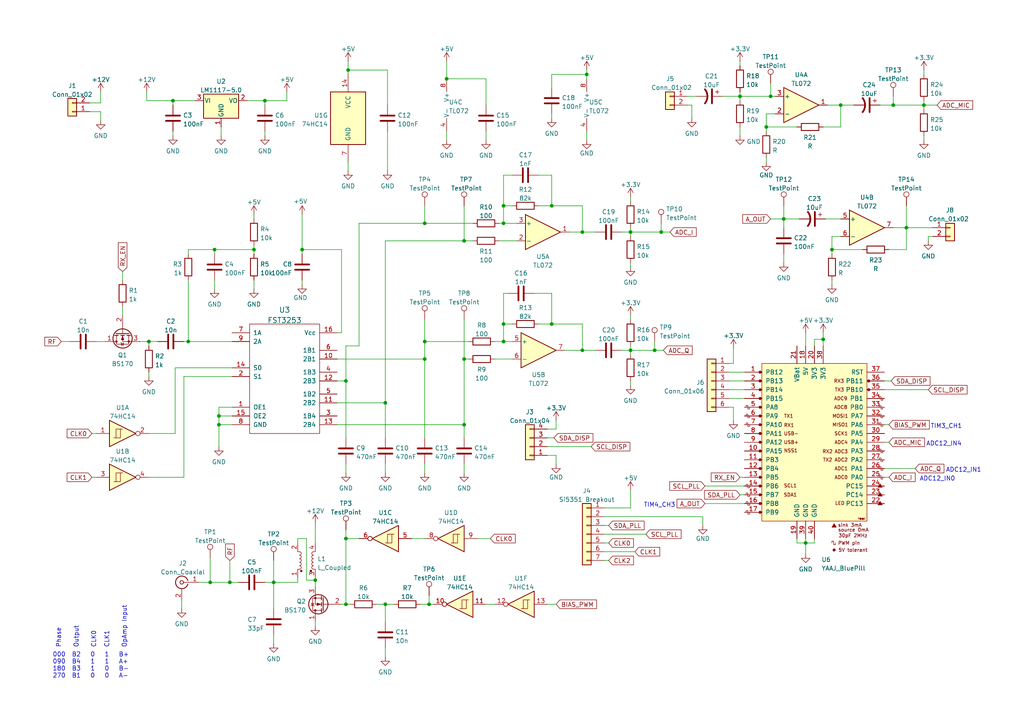
<source format=kicad_sch>
(kicad_sch (version 20211123) (generator eeschema)

  (uuid cfa9cd05-9603-46d5-b474-29a2d6124038)

  (paper "A4")

  

  (junction (at 62.23 72.39) (diameter 0) (color 0 0 0 0)
    (uuid 118788c2-d181-41ac-9cbd-c512dc3adb82)
  )
  (junction (at 60.96 168.91) (diameter 0) (color 0 0 0 0)
    (uuid 13085af3-7bd8-43b8-beef-92f1e8e982fc)
  )
  (junction (at 146.05 59.69) (diameter 0) (color 0 0 0 0)
    (uuid 13428218-0a65-44b6-b08d-cf0730c0cd0f)
  )
  (junction (at 160.02 59.69) (diameter 0) (color 0 0 0 0)
    (uuid 1901717c-1f5f-43dd-9370-d13f3aecf5bf)
  )
  (junction (at 267.97 30.48) (diameter 0) (color 0 0 0 0)
    (uuid 1a425413-4e3e-47dd-9a8f-197ab21a34f3)
  )
  (junction (at 100.965 20.32) (diameter 0) (color 0 0 0 0)
    (uuid 1f9a252b-d0e3-40a1-af05-36b545ec1908)
  )
  (junction (at 191.77 67.31) (diameter 0) (color 0 0 0 0)
    (uuid 263fcb62-8271-4cf6-8235-47231e0fcee9)
  )
  (junction (at 222.25 36.83) (diameter 0) (color 0 0 0 0)
    (uuid 2a00cc16-ff7e-4612-b94d-bb5628c69ca6)
  )
  (junction (at 168.91 67.31) (diameter 0) (color 0 0 0 0)
    (uuid 2a497385-098e-431d-a873-fcdc53acdcb7)
  )
  (junction (at 134.62 123.19) (diameter 0) (color 0 0 0 0)
    (uuid 2ac8fadc-60b4-4ef8-b7a6-ce2781e43973)
  )
  (junction (at 87.63 72.39) (diameter 0) (color 0 0 0 0)
    (uuid 2bf6097c-a364-4879-86f9-95ddd6eba2c4)
  )
  (junction (at 146.05 64.77) (diameter 0) (color 0 0 0 0)
    (uuid 30542b3e-e00f-4a3b-a705-9428f2abc665)
  )
  (junction (at 123.19 99.06) (diameter 0) (color 0 0 0 0)
    (uuid 37aae2cf-b7f4-4041-98c0-702bfb857630)
  )
  (junction (at 63.5 123.19) (diameter 0) (color 0 0 0 0)
    (uuid 389cff47-8a4c-4249-9798-55d927218d8c)
  )
  (junction (at 168.91 101.6) (diameter 0) (color 0 0 0 0)
    (uuid 39b47703-34bb-4961-a661-db8b1c6aff0e)
  )
  (junction (at 66.675 168.91) (diameter 0) (color 0 0 0 0)
    (uuid 3a8ce603-f234-4947-83d1-a5d511a0dbc3)
  )
  (junction (at 111.76 116.84) (diameter 0) (color 0 0 0 0)
    (uuid 409327bb-c6e7-4669-9720-f0f427e24ef4)
  )
  (junction (at 100.33 110.49) (diameter 0) (color 0 0 0 0)
    (uuid 4cfd7f71-31de-4d3c-88df-90d4e490fecc)
  )
  (junction (at 63.5 120.65) (diameter 0) (color 0 0 0 0)
    (uuid 4ec42e36-9928-43bb-b9e4-a857fe7d18dc)
  )
  (junction (at 76.835 29.21) (diameter 0) (color 0 0 0 0)
    (uuid 56c260b7-4d73-4292-88c5-900ead39bef7)
  )
  (junction (at 123.19 104.14) (diameter 0) (color 0 0 0 0)
    (uuid 5c201862-909f-49c3-9325-fd14eb6c446c)
  )
  (junction (at 123.19 64.77) (diameter 0) (color 0 0 0 0)
    (uuid 65a44171-499e-4571-941d-c6d5b1bf7d5a)
  )
  (junction (at 100.33 175.26) (diameter 0) (color 0 0 0 0)
    (uuid 670db3e9-6800-411e-9ec6-dbcc7f09948d)
  )
  (junction (at 182.88 67.31) (diameter 0) (color 0 0 0 0)
    (uuid 678ecd2c-3e98-47a3-8372-99c3c5ceb4ae)
  )
  (junction (at 134.62 104.14) (diameter 0) (color 0 0 0 0)
    (uuid 67bf39c9-17f2-4d19-be2f-dc791d353bbe)
  )
  (junction (at 189.865 101.6) (diameter 0) (color 0 0 0 0)
    (uuid 6bcc74c3-3a15-4ad9-a4fd-8cd8673f626a)
  )
  (junction (at 54.61 99.06) (diameter 0) (color 0 0 0 0)
    (uuid 7855d124-27ac-4435-b2ed-b83e63f20315)
  )
  (junction (at 134.62 69.85) (diameter 0) (color 0 0 0 0)
    (uuid 7a64ab9e-0885-4114-a842-8298d4c2c841)
  )
  (junction (at 262.89 66.04) (diameter 0) (color 0 0 0 0)
    (uuid 7b3d6c36-fdf2-4a1b-a49f-12ea2b707d37)
  )
  (junction (at 238.76 98.425) (diameter 0) (color 0 0 0 0)
    (uuid 7e1453ea-6f76-43a2-b97e-fed134a59d56)
  )
  (junction (at 227.33 63.5) (diameter 0) (color 0 0 0 0)
    (uuid 812c6207-9612-4c2e-9634-682e4c865c9a)
  )
  (junction (at 43.18 99.06) (diameter 0) (color 0 0 0 0)
    (uuid 887c00ae-f00c-43df-b157-8d5155c0602c)
  )
  (junction (at 223.52 27.94) (diameter 0) (color 0 0 0 0)
    (uuid 8a97eb42-2dba-4407-a7de-3843e0ac4751)
  )
  (junction (at 100.33 156.21) (diameter 0) (color 0 0 0 0)
    (uuid 911ac92f-dc8f-473f-a819-6ec44a97da57)
  )
  (junction (at 259.08 30.48) (diameter 0) (color 0 0 0 0)
    (uuid 912ffd03-dc69-4763-b145-567882d2ddb6)
  )
  (junction (at 233.68 157.48) (diameter 0) (color 0 0 0 0)
    (uuid a092338a-8058-41e0-afe9-756ea88020bf)
  )
  (junction (at 129.54 22.86) (diameter 0) (color 0 0 0 0)
    (uuid a3537a34-bbf6-46a9-94ba-d3ed1793992f)
  )
  (junction (at 241.3 72.39) (diameter 0) (color 0 0 0 0)
    (uuid a4a37850-ef95-4439-8b65-c0c50d0d72df)
  )
  (junction (at 91.44 168.275) (diameter 0) (color 0 0 0 0)
    (uuid aef0e9cf-d6eb-48d5-9738-ba3a43b460c0)
  )
  (junction (at 214.63 27.94) (diameter 0) (color 0 0 0 0)
    (uuid af255be1-efc7-4fc1-92f5-1c36f1ce7842)
  )
  (junction (at 243.84 30.48) (diameter 0) (color 0 0 0 0)
    (uuid b4a54540-7c4b-4187-bb22-1dbcb05f60fa)
  )
  (junction (at 146.05 99.06) (diameter 0) (color 0 0 0 0)
    (uuid b817eaae-cb4e-4da1-8351-6bd31446a928)
  )
  (junction (at 170.18 21.59) (diameter 0) (color 0 0 0 0)
    (uuid b9459263-bd7b-449e-9e49-70e9937d6f20)
  )
  (junction (at 146.05 93.98) (diameter 0) (color 0 0 0 0)
    (uuid bbac73ef-b4f1-4a7f-97f2-f942f5c00496)
  )
  (junction (at 79.375 168.91) (diameter 0) (color 0 0 0 0)
    (uuid cb9fda80-d696-4d63-9a03-ac7e280fc27a)
  )
  (junction (at 182.88 101.6) (diameter 0) (color 0 0 0 0)
    (uuid cf496ca2-03e4-4340-a5bc-b3e150b90320)
  )
  (junction (at 73.66 72.39) (diameter 0) (color 0 0 0 0)
    (uuid da013340-3c24-403d-8836-9f9c162ccf4f)
  )
  (junction (at 124.46 175.26) (diameter 0) (color 0 0 0 0)
    (uuid ea05b4d5-8886-488a-b60b-64651f6dd582)
  )
  (junction (at 50.165 29.21) (diameter 0) (color 0 0 0 0)
    (uuid ef5f9ace-3b99-4abe-ad15-9c7f02655b0d)
  )
  (junction (at 160.02 93.98) (diameter 0) (color 0 0 0 0)
    (uuid f68ca172-40f3-4104-9be2-9cf1abf634eb)
  )
  (junction (at 111.76 175.26) (diameter 0) (color 0 0 0 0)
    (uuid f753612d-5bfd-44a5-996d-f299114abb27)
  )

  (wire (pts (xy 233.68 156.21) (xy 233.68 157.48))
    (stroke (width 0) (type default) (color 0 0 0 0))
    (uuid 00883efb-1f28-4126-8694-6aa4262a575e)
  )
  (wire (pts (xy 231.14 157.48) (xy 233.68 157.48))
    (stroke (width 0) (type default) (color 0 0 0 0))
    (uuid 02642004-ad77-45f3-aa96-e973ffb27d51)
  )
  (wire (pts (xy 160.02 93.98) (xy 168.91 93.98))
    (stroke (width 0) (type default) (color 0 0 0 0))
    (uuid 030d3073-06c6-4697-8a0d-d89674643663)
  )
  (wire (pts (xy 256.54 128.27) (xy 257.81 128.27))
    (stroke (width 0) (type default) (color 0 0 0 0))
    (uuid 031e8a53-b150-47f0-a273-0fae3f703cb1)
  )
  (wire (pts (xy 170.18 21.59) (xy 170.18 22.86))
    (stroke (width 0) (type default) (color 0 0 0 0))
    (uuid 034d6760-2f2a-427b-8a3b-388d87aaa248)
  )
  (wire (pts (xy 182.88 110.49) (xy 182.88 111.76))
    (stroke (width 0) (type default) (color 0 0 0 0))
    (uuid 03b4b33c-50e4-464c-a171-dc20d1ba4d6d)
  )
  (wire (pts (xy 189.865 99.06) (xy 189.865 101.6))
    (stroke (width 0) (type default) (color 0 0 0 0))
    (uuid 061afcba-1633-4069-91dd-43d63001e1e2)
  )
  (wire (pts (xy 100.965 20.32) (xy 100.965 21.59))
    (stroke (width 0) (type default) (color 0 0 0 0))
    (uuid 0785a29b-d758-42f8-85eb-1dea6067bbee)
  )
  (wire (pts (xy 63.5 123.19) (xy 67.31 123.19))
    (stroke (width 0) (type default) (color 0 0 0 0))
    (uuid 080a3865-8d49-4d4b-8300-65bfd1b135d7)
  )
  (wire (pts (xy 175.26 152.4) (xy 176.53 152.4))
    (stroke (width 0) (type default) (color 0 0 0 0))
    (uuid 081d5f3d-bc54-45a4-a4ea-ab138c3846ec)
  )
  (wire (pts (xy 168.91 67.31) (xy 172.72 67.31))
    (stroke (width 0) (type default) (color 0 0 0 0))
    (uuid 0920a59f-fa4e-42af-856f-660052e02eee)
  )
  (wire (pts (xy 123.19 104.14) (xy 123.19 127))
    (stroke (width 0) (type default) (color 0 0 0 0))
    (uuid 0be498c7-4ccb-442c-beaf-903eb8701bb6)
  )
  (wire (pts (xy 262.89 59.69) (xy 262.89 66.04))
    (stroke (width 0) (type default) (color 0 0 0 0))
    (uuid 0c208e67-3234-4916-adc8-b44edbf31aa7)
  )
  (wire (pts (xy 175.26 162.56) (xy 176.53 162.56))
    (stroke (width 0) (type default) (color 0 0 0 0))
    (uuid 0c8811b8-1d60-4160-84d8-6724c15fb851)
  )
  (wire (pts (xy 104.14 100.33) (xy 104.14 64.77))
    (stroke (width 0) (type default) (color 0 0 0 0))
    (uuid 0c90225f-edf0-4fce-abd3-1711b58321c4)
  )
  (wire (pts (xy 168.91 59.69) (xy 168.91 67.31))
    (stroke (width 0) (type default) (color 0 0 0 0))
    (uuid 0d090514-7f7e-4315-ba8c-a77cb257e8fa)
  )
  (wire (pts (xy 62.23 72.39) (xy 54.61 72.39))
    (stroke (width 0) (type default) (color 0 0 0 0))
    (uuid 0e496933-414b-421f-bc01-639ea1e13f67)
  )
  (wire (pts (xy 243.84 36.83) (xy 243.84 30.48))
    (stroke (width 0) (type default) (color 0 0 0 0))
    (uuid 111de3b4-b4e0-4edf-810b-546f00273dcb)
  )
  (wire (pts (xy 143.51 99.06) (xy 146.05 99.06))
    (stroke (width 0) (type default) (color 0 0 0 0))
    (uuid 1315a29d-ba3f-4aad-ad43-c327a3983a80)
  )
  (wire (pts (xy 160.02 50.8) (xy 160.02 59.69))
    (stroke (width 0) (type default) (color 0 0 0 0))
    (uuid 1332def0-2afb-4804-8362-0cf130152449)
  )
  (wire (pts (xy 241.3 68.58) (xy 243.84 68.58))
    (stroke (width 0) (type default) (color 0 0 0 0))
    (uuid 1388d00f-7ea6-41c8-9488-b83abfb3c346)
  )
  (wire (pts (xy 267.97 20.32) (xy 267.97 21.59))
    (stroke (width 0) (type default) (color 0 0 0 0))
    (uuid 14ae7189-5bac-4a1d-8a55-5036fcbe6284)
  )
  (wire (pts (xy 158.75 127) (xy 160.655 127))
    (stroke (width 0) (type default) (color 0 0 0 0))
    (uuid 152ae621-91d6-4ccb-9224-8d9a125f1b39)
  )
  (wire (pts (xy 87.63 81.28) (xy 87.63 82.55))
    (stroke (width 0) (type default) (color 0 0 0 0))
    (uuid 1564454a-82be-43c2-a2e9-e03e291a1c1d)
  )
  (wire (pts (xy 111.76 175.26) (xy 114.3 175.26))
    (stroke (width 0) (type default) (color 0 0 0 0))
    (uuid 198732bd-6351-468a-b085-e27e1ff28ceb)
  )
  (wire (pts (xy 269.24 68.58) (xy 270.51 68.58))
    (stroke (width 0) (type default) (color 0 0 0 0))
    (uuid 19eda56c-3fdf-426f-9e5d-00eac448b8f4)
  )
  (wire (pts (xy 26.67 138.43) (xy 27.94 138.43))
    (stroke (width 0) (type default) (color 0 0 0 0))
    (uuid 1a23bc91-02c7-4670-adfb-445ac4d3831a)
  )
  (wire (pts (xy 182.88 67.31) (xy 182.88 68.58))
    (stroke (width 0) (type default) (color 0 0 0 0))
    (uuid 1a860ecd-6133-4578-b98b-5078a51b899d)
  )
  (wire (pts (xy 129.54 17.78) (xy 129.54 22.86))
    (stroke (width 0) (type default) (color 0 0 0 0))
    (uuid 1aba2b23-cd71-4dbb-9ef1-2efa93d11392)
  )
  (wire (pts (xy 146.05 64.77) (xy 149.86 64.77))
    (stroke (width 0) (type default) (color 0 0 0 0))
    (uuid 1af82a59-023b-4f29-a924-2e8805e4948a)
  )
  (wire (pts (xy 91.44 168.275) (xy 91.44 170.18))
    (stroke (width 0) (type default) (color 0 0 0 0))
    (uuid 1b19fc82-5eba-4063-822f-6ad441a3ff7e)
  )
  (wire (pts (xy 43.18 99.06) (xy 45.72 99.06))
    (stroke (width 0) (type default) (color 0 0 0 0))
    (uuid 1bd587cf-e458-4600-be8f-44f16734b75b)
  )
  (wire (pts (xy 63.5 123.19) (xy 63.5 129.54))
    (stroke (width 0) (type default) (color 0 0 0 0))
    (uuid 1c6caab3-34fc-4c77-8b73-15f9258c301b)
  )
  (wire (pts (xy 76.835 38.1) (xy 76.835 39.37))
    (stroke (width 0) (type default) (color 0 0 0 0))
    (uuid 1d0e3a1b-2be7-4e15-a2ed-ccd34314efef)
  )
  (wire (pts (xy 158.75 132.08) (xy 161.29 132.08))
    (stroke (width 0) (type default) (color 0 0 0 0))
    (uuid 1df113eb-9e7e-41cd-b905-5c38b47ae42b)
  )
  (wire (pts (xy 175.26 154.94) (xy 187.325 154.94))
    (stroke (width 0) (type default) (color 0 0 0 0))
    (uuid 1f817b63-9a8c-4654-80a1-e27eacdec1e7)
  )
  (wire (pts (xy 191.77 67.31) (xy 194.31 67.31))
    (stroke (width 0) (type default) (color 0 0 0 0))
    (uuid 2196e22c-6af2-4f8b-80cd-01a3001bee82)
  )
  (wire (pts (xy 211.455 118.11) (xy 212.725 118.11))
    (stroke (width 0) (type default) (color 0 0 0 0))
    (uuid 22957b5a-c95e-4b11-9b31-467b1827f7d3)
  )
  (wire (pts (xy 100.33 110.49) (xy 100.33 127))
    (stroke (width 0) (type default) (color 0 0 0 0))
    (uuid 22b3a380-3fcd-4e63-8616-8b6155103a01)
  )
  (wire (pts (xy 137.16 69.85) (xy 134.62 69.85))
    (stroke (width 0) (type default) (color 0 0 0 0))
    (uuid 22c0f2e4-2a60-4f98-a0e8-0cad5fa85ce1)
  )
  (wire (pts (xy 257.81 123.19) (xy 256.54 123.19))
    (stroke (width 0) (type default) (color 0 0 0 0))
    (uuid 232d142e-3436-45d2-93af-f4b1747c9b20)
  )
  (wire (pts (xy 140.97 38.1) (xy 140.97 40.64))
    (stroke (width 0) (type default) (color 0 0 0 0))
    (uuid 23baacfe-15cd-4201-9618-c1c2030f5bdd)
  )
  (wire (pts (xy 227.33 66.04) (xy 227.33 63.5))
    (stroke (width 0) (type default) (color 0 0 0 0))
    (uuid 24118d5c-3154-4d1a-943d-404403269584)
  )
  (wire (pts (xy 214.63 36.83) (xy 214.63 39.37))
    (stroke (width 0) (type default) (color 0 0 0 0))
    (uuid 24532b75-da97-4577-989c-b5f21ce3b6eb)
  )
  (wire (pts (xy 99.06 72.39) (xy 87.63 72.39))
    (stroke (width 0) (type default) (color 0 0 0 0))
    (uuid 2658638a-631a-4603-b4bb-a07a7eead328)
  )
  (wire (pts (xy 143.51 104.14) (xy 148.59 104.14))
    (stroke (width 0) (type default) (color 0 0 0 0))
    (uuid 26aefdf7-a375-4ec6-8f9e-0d921b08475e)
  )
  (wire (pts (xy 238.76 96.52) (xy 238.76 98.425))
    (stroke (width 0) (type default) (color 0 0 0 0))
    (uuid 27771ad2-468c-4146-8e60-bdf49e77a5f1)
  )
  (wire (pts (xy 269.24 113.03) (xy 256.54 113.03))
    (stroke (width 0) (type default) (color 0 0 0 0))
    (uuid 27a0f816-9c3e-434b-8e07-04f87ddcffe0)
  )
  (wire (pts (xy 91.44 167.64) (xy 91.44 168.275))
    (stroke (width 0) (type default) (color 0 0 0 0))
    (uuid 27afb6b1-a979-4106-8a0e-3093c33c91cd)
  )
  (wire (pts (xy 112.395 20.32) (xy 112.395 30.48))
    (stroke (width 0) (type default) (color 0 0 0 0))
    (uuid 2a4058f9-10d3-456f-abbe-c1e261822a2f)
  )
  (wire (pts (xy 175.26 149.86) (xy 203.835 149.86))
    (stroke (width 0) (type default) (color 0 0 0 0))
    (uuid 2a99848c-d5de-4d4a-bc86-d7f2f3fcb70d)
  )
  (wire (pts (xy 63.5 118.11) (xy 63.5 120.65))
    (stroke (width 0) (type default) (color 0 0 0 0))
    (uuid 2cc2e233-4306-48be-b0c4-6ddb248cc31e)
  )
  (wire (pts (xy 239.395 63.5) (xy 243.84 63.5))
    (stroke (width 0) (type default) (color 0 0 0 0))
    (uuid 2d356308-aeaf-4f93-b73d-3abce19b3946)
  )
  (wire (pts (xy 241.3 73.66) (xy 241.3 72.39))
    (stroke (width 0) (type default) (color 0 0 0 0))
    (uuid 2dccf0e2-3941-40bd-b5c7-5eb69532c043)
  )
  (wire (pts (xy 200.66 30.48) (xy 200.66 34.29))
    (stroke (width 0) (type default) (color 0 0 0 0))
    (uuid 2e075f01-bc79-4b6b-b861-f295984720ec)
  )
  (wire (pts (xy 262.89 66.04) (xy 270.51 66.04))
    (stroke (width 0) (type default) (color 0 0 0 0))
    (uuid 3147d321-eaae-4b1b-a937-493c272ee75d)
  )
  (wire (pts (xy 241.3 72.39) (xy 241.3 68.58))
    (stroke (width 0) (type default) (color 0 0 0 0))
    (uuid 329256cf-77d3-449d-8e34-032c8402af2d)
  )
  (wire (pts (xy 236.22 157.48) (xy 236.22 156.21))
    (stroke (width 0) (type default) (color 0 0 0 0))
    (uuid 33d45c02-7e6c-474e-960d-0b0b839e654a)
  )
  (wire (pts (xy 211.455 105.41) (xy 212.725 105.41))
    (stroke (width 0) (type default) (color 0 0 0 0))
    (uuid 35d08951-e8ac-4640-973c-db3ffa583923)
  )
  (wire (pts (xy 170.18 21.59) (xy 160.02 21.59))
    (stroke (width 0) (type default) (color 0 0 0 0))
    (uuid 36059a97-5c8d-4c56-8b92-f3604f10c69e)
  )
  (wire (pts (xy 199.39 30.48) (xy 200.66 30.48))
    (stroke (width 0) (type default) (color 0 0 0 0))
    (uuid 365c81b2-4e46-4c3a-9ef6-48f32b2ac524)
  )
  (wire (pts (xy 182.88 66.04) (xy 182.88 67.31))
    (stroke (width 0) (type default) (color 0 0 0 0))
    (uuid 37265181-b1e1-4d9e-9c3f-8c88143927e0)
  )
  (wire (pts (xy 233.68 157.48) (xy 236.22 157.48))
    (stroke (width 0) (type default) (color 0 0 0 0))
    (uuid 38c49fe9-688e-4c07-818d-1711b33af5ad)
  )
  (wire (pts (xy 257.81 72.39) (xy 262.89 72.39))
    (stroke (width 0) (type default) (color 0 0 0 0))
    (uuid 3acf52d6-5099-46c4-99b9-28e5f3ee620a)
  )
  (wire (pts (xy 100.33 175.26) (xy 100.33 156.21))
    (stroke (width 0) (type default) (color 0 0 0 0))
    (uuid 3b699dc5-e15d-4ea1-9daa-6ff243fd9249)
  )
  (wire (pts (xy 156.21 50.8) (xy 160.02 50.8))
    (stroke (width 0) (type default) (color 0 0 0 0))
    (uuid 3bb798dd-ebec-4b98-95a8-9f929e29e646)
  )
  (wire (pts (xy 87.63 62.23) (xy 87.63 72.39))
    (stroke (width 0) (type default) (color 0 0 0 0))
    (uuid 3bc6825c-d3da-4713-8b5c-b9003944cd69)
  )
  (wire (pts (xy 100.33 110.49) (xy 100.33 100.33))
    (stroke (width 0) (type default) (color 0 0 0 0))
    (uuid 3c10cfb1-7f13-4fa3-b032-35d9a324ab39)
  )
  (wire (pts (xy 111.76 175.26) (xy 111.76 180.34))
    (stroke (width 0) (type default) (color 0 0 0 0))
    (uuid 3c73e90e-5e55-4c04-809a-a9831737461c)
  )
  (wire (pts (xy 27.94 99.06) (xy 30.48 99.06))
    (stroke (width 0) (type default) (color 0 0 0 0))
    (uuid 3e3644b2-8b88-4f29-82ab-532b3b280a0e)
  )
  (wire (pts (xy 134.62 59.69) (xy 134.62 69.85))
    (stroke (width 0) (type default) (color 0 0 0 0))
    (uuid 3e719cfe-0485-4421-a326-0892954f24e1)
  )
  (wire (pts (xy 227.33 59.69) (xy 227.33 63.5))
    (stroke (width 0) (type default) (color 0 0 0 0))
    (uuid 3f54401f-6ccd-43e9-8f62-64d3df4493c7)
  )
  (wire (pts (xy 146.05 93.98) (xy 146.05 85.09))
    (stroke (width 0) (type default) (color 0 0 0 0))
    (uuid 3fc3f042-ca5b-40bb-92d5-3e9bc18897d6)
  )
  (wire (pts (xy 29.21 32.385) (xy 29.21 34.925))
    (stroke (width 0) (type default) (color 0 0 0 0))
    (uuid 3fd18252-69cd-4f8f-963e-e39063f42481)
  )
  (wire (pts (xy 146.05 99.06) (xy 146.05 93.98))
    (stroke (width 0) (type default) (color 0 0 0 0))
    (uuid 42aa27a3-7176-448f-bab8-7e8da54316fb)
  )
  (wire (pts (xy 214.63 27.94) (xy 214.63 29.21))
    (stroke (width 0) (type default) (color 0 0 0 0))
    (uuid 471bc546-f77f-404d-a459-2865468640e1)
  )
  (wire (pts (xy 123.19 92.71) (xy 123.19 99.06))
    (stroke (width 0) (type default) (color 0 0 0 0))
    (uuid 480113c8-df1d-419c-b768-1c3e86642f6a)
  )
  (wire (pts (xy 123.19 64.77) (xy 137.16 64.77))
    (stroke (width 0) (type default) (color 0 0 0 0))
    (uuid 494e33d7-1484-45fd-b437-e235ffed881a)
  )
  (wire (pts (xy 62.23 72.39) (xy 62.23 73.66))
    (stroke (width 0) (type default) (color 0 0 0 0))
    (uuid 498ce1e8-3943-4853-9d8c-2d5f8b020b76)
  )
  (wire (pts (xy 63.5 120.65) (xy 67.31 120.65))
    (stroke (width 0) (type default) (color 0 0 0 0))
    (uuid 4be32149-8a08-44e3-a420-362a5fb9044f)
  )
  (wire (pts (xy 111.76 69.85) (xy 134.62 69.85))
    (stroke (width 0) (type default) (color 0 0 0 0))
    (uuid 4c7d33ae-960e-4391-9051-8f1d3b6ecfe5)
  )
  (wire (pts (xy 168.91 101.6) (xy 168.91 93.98))
    (stroke (width 0) (type default) (color 0 0 0 0))
    (uuid 4d671920-902d-4722-bfeb-1daebcab921d)
  )
  (wire (pts (xy 231.14 156.21) (xy 231.14 157.48))
    (stroke (width 0) (type default) (color 0 0 0 0))
    (uuid 5079de0c-abd9-49f1-82eb-274061ca849a)
  )
  (wire (pts (xy 119.38 156.21) (xy 123.19 156.21))
    (stroke (width 0) (type default) (color 0 0 0 0))
    (uuid 507b9ba0-9d00-4724-a470-9c8a3aee35e8)
  )
  (wire (pts (xy 267.97 39.37) (xy 267.97 40.64))
    (stroke (width 0) (type default) (color 0 0 0 0))
    (uuid 54419245-aec2-4246-987f-d6fa8fcff994)
  )
  (wire (pts (xy 214.63 138.43) (xy 215.9 138.43))
    (stroke (width 0) (type default) (color 0 0 0 0))
    (uuid 551cbfb0-1e1d-4004-a582-b99cb636b635)
  )
  (wire (pts (xy 158.75 175.26) (xy 161.29 175.26))
    (stroke (width 0) (type default) (color 0 0 0 0))
    (uuid 56023c5b-a884-4739-a4f1-f56bccc1b687)
  )
  (wire (pts (xy 160.02 21.59) (xy 160.02 25.4))
    (stroke (width 0) (type default) (color 0 0 0 0))
    (uuid 58086011-c9dd-4c6c-b721-a3c18d79ee7a)
  )
  (wire (pts (xy 269.24 69.85) (xy 269.24 68.58))
    (stroke (width 0) (type default) (color 0 0 0 0))
    (uuid 581f669a-ca98-42b6-bc63-33d325982f41)
  )
  (wire (pts (xy 211.455 107.95) (xy 215.9 107.95))
    (stroke (width 0) (type default) (color 0 0 0 0))
    (uuid 59068bb2-39ff-4349-b36e-33b398659c42)
  )
  (wire (pts (xy 124.46 175.26) (xy 125.73 175.26))
    (stroke (width 0) (type default) (color 0 0 0 0))
    (uuid 5a5a2fd3-2b09-4a04-be8e-aefb0bd5932c)
  )
  (wire (pts (xy 86.36 167.64) (xy 86.36 168.91))
    (stroke (width 0) (type default) (color 0 0 0 0))
    (uuid 5b2e9ca3-0a74-4703-bf31-5d413ab0538f)
  )
  (wire (pts (xy 88.9 168.275) (xy 88.9 156.21))
    (stroke (width 0) (type default) (color 0 0 0 0))
    (uuid 5b40cb15-ee96-486c-b531-842d2aa53199)
  )
  (wire (pts (xy 144.78 69.85) (xy 149.86 69.85))
    (stroke (width 0) (type default) (color 0 0 0 0))
    (uuid 5b88e83b-dc2c-4b8a-84d9-64f49cdc2190)
  )
  (wire (pts (xy 123.19 99.06) (xy 135.89 99.06))
    (stroke (width 0) (type default) (color 0 0 0 0))
    (uuid 5c6e7cbb-3b61-4da8-bccc-5641c7bbcf58)
  )
  (wire (pts (xy 138.43 156.21) (xy 142.24 156.21))
    (stroke (width 0) (type default) (color 0 0 0 0))
    (uuid 5dc036d4-f7d9-41f7-99a5-5624aeb207d7)
  )
  (wire (pts (xy 204.47 140.97) (xy 215.9 140.97))
    (stroke (width 0) (type default) (color 0 0 0 0))
    (uuid 5e52a5db-5e7a-4a68-b32e-c190fc989e7a)
  )
  (wire (pts (xy 175.26 160.02) (xy 184.15 160.02))
    (stroke (width 0) (type default) (color 0 0 0 0))
    (uuid 5ede96bd-4e2c-4319-a2f7-e1e8ffb0556c)
  )
  (wire (pts (xy 211.455 113.03) (xy 215.9 113.03))
    (stroke (width 0) (type default) (color 0 0 0 0))
    (uuid 5eec1020-25f5-4919-91ba-2dcc1212fc0e)
  )
  (wire (pts (xy 170.18 38.1) (xy 170.18 40.64))
    (stroke (width 0) (type default) (color 0 0 0 0))
    (uuid 5fa26e31-5010-4528-87c7-047a887ada1c)
  )
  (wire (pts (xy 161.29 121.92) (xy 161.29 124.46))
    (stroke (width 0) (type default) (color 0 0 0 0))
    (uuid 602f60be-4e0b-464c-a51e-723d94cbc3f2)
  )
  (wire (pts (xy 53.34 109.22) (xy 67.31 109.22))
    (stroke (width 0) (type default) (color 0 0 0 0))
    (uuid 6075b087-5cbf-4c6d-82bb-6e04e619fe4e)
  )
  (wire (pts (xy 91.44 151.765) (xy 91.44 157.48))
    (stroke (width 0) (type default) (color 0 0 0 0))
    (uuid 60a00c03-5a23-44e1-a481-a8c5e905cf52)
  )
  (wire (pts (xy 88.9 156.21) (xy 86.36 156.21))
    (stroke (width 0) (type default) (color 0 0 0 0))
    (uuid 60d376e8-ceab-40b8-9b75-630be4ad4c25)
  )
  (wire (pts (xy 100.33 100.33) (xy 104.14 100.33))
    (stroke (width 0) (type default) (color 0 0 0 0))
    (uuid 61b8aeb3-a6c2-4b71-a725-03f30d0717ca)
  )
  (wire (pts (xy 50.8 125.73) (xy 50.8 106.68))
    (stroke (width 0) (type default) (color 0 0 0 0))
    (uuid 62a3281d-5f63-4182-b7be-844c9941cff4)
  )
  (wire (pts (xy 134.62 123.19) (xy 134.62 127))
    (stroke (width 0) (type default) (color 0 0 0 0))
    (uuid 63386d13-b566-4456-ad2b-2ea886e46e6b)
  )
  (wire (pts (xy 52.705 173.99) (xy 52.705 176.53))
    (stroke (width 0) (type default) (color 0 0 0 0))
    (uuid 641054c4-eb18-4b48-b702-e8140e986622)
  )
  (wire (pts (xy 50.165 29.21) (xy 50.165 30.48))
    (stroke (width 0) (type default) (color 0 0 0 0))
    (uuid 66379e2d-0b51-4081-99b4-c340ee87d821)
  )
  (wire (pts (xy 97.79 96.52) (xy 99.06 96.52))
    (stroke (width 0) (type default) (color 0 0 0 0))
    (uuid 673c5da1-7e9c-477a-925d-2332d9226bd7)
  )
  (wire (pts (xy 182.88 142.24) (xy 182.88 147.32))
    (stroke (width 0) (type default) (color 0 0 0 0))
    (uuid 6771fcf3-c962-4b8e-8481-8ef42b3a078a)
  )
  (wire (pts (xy 53.34 138.43) (xy 43.18 138.43))
    (stroke (width 0) (type default) (color 0 0 0 0))
    (uuid 69be128b-bcba-405b-a019-280e344ed222)
  )
  (wire (pts (xy 227.33 73.66) (xy 227.33 76.2))
    (stroke (width 0) (type default) (color 0 0 0 0))
    (uuid 6ab8a896-0ded-4e22-a6c6-41a433df98bb)
  )
  (wire (pts (xy 140.97 175.26) (xy 143.51 175.26))
    (stroke (width 0) (type default) (color 0 0 0 0))
    (uuid 6afa735e-e6b2-4795-8173-da1292be36d7)
  )
  (wire (pts (xy 86.36 168.91) (xy 79.375 168.91))
    (stroke (width 0) (type default) (color 0 0 0 0))
    (uuid 6b53fda5-d070-4a02-aad5-e9342e42f58f)
  )
  (wire (pts (xy 111.76 134.62) (xy 111.76 137.16))
    (stroke (width 0) (type default) (color 0 0 0 0))
    (uuid 6bea2805-04f9-4398-b42b-3d86704b2762)
  )
  (wire (pts (xy 54.61 81.28) (xy 54.61 99.06))
    (stroke (width 0) (type default) (color 0 0 0 0))
    (uuid 6bf87724-5152-4e74-b3bb-d4ecba1eb536)
  )
  (wire (pts (xy 66.675 168.91) (xy 69.215 168.91))
    (stroke (width 0) (type default) (color 0 0 0 0))
    (uuid 6c21e4db-18d0-48b4-a082-7d3b40300379)
  )
  (wire (pts (xy 259.08 27.94) (xy 259.08 30.48))
    (stroke (width 0) (type default) (color 0 0 0 0))
    (uuid 6cef4895-fb98-4532-aa9a-f334b140cb36)
  )
  (wire (pts (xy 71.755 29.21) (xy 76.835 29.21))
    (stroke (width 0) (type default) (color 0 0 0 0))
    (uuid 6d260756-031d-43b6-9c8b-41c36f839e01)
  )
  (wire (pts (xy 223.52 63.5) (xy 227.33 63.5))
    (stroke (width 0) (type default) (color 0 0 0 0))
    (uuid 6e0686f5-021c-4177-980c-a78a6dbd8e17)
  )
  (wire (pts (xy 111.76 187.96) (xy 111.76 190.5))
    (stroke (width 0) (type default) (color 0 0 0 0))
    (uuid 72cb77f0-b00f-4a09-979e-49d156b50ab0)
  )
  (wire (pts (xy 97.79 116.84) (xy 111.76 116.84))
    (stroke (width 0) (type default) (color 0 0 0 0))
    (uuid 72ee57b5-729b-4a3a-8448-363ab643f065)
  )
  (wire (pts (xy 182.88 101.6) (xy 189.865 101.6))
    (stroke (width 0) (type default) (color 0 0 0 0))
    (uuid 7453cafb-5ee6-4b99-84ff-da0b5508e70d)
  )
  (wire (pts (xy 86.36 156.21) (xy 86.36 157.48))
    (stroke (width 0) (type default) (color 0 0 0 0))
    (uuid 76a25e49-56a5-413a-a1aa-14e938805c5d)
  )
  (wire (pts (xy 50.165 29.21) (xy 56.515 29.21))
    (stroke (width 0) (type default) (color 0 0 0 0))
    (uuid 780c2ea4-5f4d-4b33-aa88-12cbc877845b)
  )
  (wire (pts (xy 222.25 38.1) (xy 222.25 36.83))
    (stroke (width 0) (type default) (color 0 0 0 0))
    (uuid 7814ba36-8511-44f2-9684-71bb36db84c1)
  )
  (wire (pts (xy 182.88 67.31) (xy 191.77 67.31))
    (stroke (width 0) (type default) (color 0 0 0 0))
    (uuid 7b581787-3059-44be-8c1b-ae838c154f65)
  )
  (wire (pts (xy 66.675 162.56) (xy 66.675 168.91))
    (stroke (width 0) (type default) (color 0 0 0 0))
    (uuid 7b98a2bf-ac8a-415f-b228-b3f4e4c3cc51)
  )
  (wire (pts (xy 262.89 72.39) (xy 262.89 66.04))
    (stroke (width 0) (type default) (color 0 0 0 0))
    (uuid 7c9a06f3-0176-402e-ac02-27f761108439)
  )
  (wire (pts (xy 134.62 134.62) (xy 134.62 137.16))
    (stroke (width 0) (type default) (color 0 0 0 0))
    (uuid 7de1515b-c591-443e-aa98-802597058555)
  )
  (wire (pts (xy 158.75 124.46) (xy 161.29 124.46))
    (stroke (width 0) (type default) (color 0 0 0 0))
    (uuid 805b47dd-7f8d-4c6c-950b-54737a79118e)
  )
  (wire (pts (xy 189.865 101.6) (xy 192.405 101.6))
    (stroke (width 0) (type default) (color 0 0 0 0))
    (uuid 80c7369d-6c1b-41bd-a7f0-37faa41d1f2c)
  )
  (wire (pts (xy 134.62 92.71) (xy 134.62 104.14))
    (stroke (width 0) (type default) (color 0 0 0 0))
    (uuid 81aa464d-2152-4362-8abd-1481d15bc809)
  )
  (wire (pts (xy 112.395 20.32) (xy 100.965 20.32))
    (stroke (width 0) (type default) (color 0 0 0 0))
    (uuid 8217cb70-9017-4920-8a6f-7b6c1b2d14c2)
  )
  (wire (pts (xy 60.96 161.925) (xy 60.96 168.91))
    (stroke (width 0) (type default) (color 0 0 0 0))
    (uuid 8424a674-d6a8-4c0a-9ab1-c65184ba54cc)
  )
  (wire (pts (xy 146.05 59.69) (xy 146.05 50.8))
    (stroke (width 0) (type default) (color 0 0 0 0))
    (uuid 84fe7646-bb3d-45a9-ae96-164591bb4772)
  )
  (wire (pts (xy 50.8 106.68) (xy 67.31 106.68))
    (stroke (width 0) (type default) (color 0 0 0 0))
    (uuid 877fcef9-cca7-48b0-9efe-cbe8c3b8f647)
  )
  (wire (pts (xy 238.76 36.83) (xy 243.84 36.83))
    (stroke (width 0) (type default) (color 0 0 0 0))
    (uuid 8977446e-c252-4412-b48b-46c8cc4c6f10)
  )
  (wire (pts (xy 223.52 27.94) (xy 224.79 27.94))
    (stroke (width 0) (type default) (color 0 0 0 0))
    (uuid 8a2e71a9-c1bf-40c0-9415-bf00169308ae)
  )
  (wire (pts (xy 50.165 38.1) (xy 50.165 39.37))
    (stroke (width 0) (type default) (color 0 0 0 0))
    (uuid 8ae920cf-0ab4-4233-b7e9-fe2e167bdfb1)
  )
  (wire (pts (xy 243.84 30.48) (xy 240.03 30.48))
    (stroke (width 0) (type default) (color 0 0 0 0))
    (uuid 8b6cfccb-4ad3-464a-88f6-75b74dc8bf6d)
  )
  (wire (pts (xy 17.78 99.06) (xy 20.32 99.06))
    (stroke (width 0) (type default) (color 0 0 0 0))
    (uuid 8bb79127-90e3-4672-8b7f-38b4ca60faeb)
  )
  (wire (pts (xy 42.545 29.21) (xy 50.165 29.21))
    (stroke (width 0) (type default) (color 0 0 0 0))
    (uuid 8ca4dc3b-7333-4a80-8ec2-6f748e50076e)
  )
  (wire (pts (xy 182.88 100.33) (xy 182.88 101.6))
    (stroke (width 0) (type default) (color 0 0 0 0))
    (uuid 8cd7ca1c-cb8d-47c9-a06b-9bd8d4179fd3)
  )
  (wire (pts (xy 191.77 64.77) (xy 191.77 67.31))
    (stroke (width 0) (type default) (color 0 0 0 0))
    (uuid 8cf19575-a0a4-4ceb-bc71-630eb2853e19)
  )
  (wire (pts (xy 146.05 64.77) (xy 146.05 59.69))
    (stroke (width 0) (type default) (color 0 0 0 0))
    (uuid 8dc44ab4-ab38-4f63-88c7-77a157a44e7f)
  )
  (wire (pts (xy 134.62 104.14) (xy 135.89 104.14))
    (stroke (width 0) (type default) (color 0 0 0 0))
    (uuid 8dcca965-9308-4dbf-a031-0fe69404708d)
  )
  (wire (pts (xy 222.25 36.83) (xy 231.14 36.83))
    (stroke (width 0) (type default) (color 0 0 0 0))
    (uuid 8e31b054-6cfd-4eed-ac34-7665b1b6d98c)
  )
  (wire (pts (xy 182.88 91.44) (xy 182.88 92.71))
    (stroke (width 0) (type default) (color 0 0 0 0))
    (uuid 8f0e556e-6e65-41cc-b2c3-d10f1bc2faa8)
  )
  (wire (pts (xy 57.785 168.91) (xy 60.96 168.91))
    (stroke (width 0) (type default) (color 0 0 0 0))
    (uuid 8f1307dd-f394-4789-9724-5d4dac68dc44)
  )
  (wire (pts (xy 204.47 146.05) (xy 215.9 146.05))
    (stroke (width 0) (type default) (color 0 0 0 0))
    (uuid 8f74ecb0-2c4a-429c-9de9-ea394585d039)
  )
  (wire (pts (xy 29.21 26.67) (xy 29.21 29.845))
    (stroke (width 0) (type default) (color 0 0 0 0))
    (uuid 8fa270d7-98ba-46c4-8fc6-b23d7717eb50)
  )
  (wire (pts (xy 212.725 100.965) (xy 212.725 105.41))
    (stroke (width 0) (type default) (color 0 0 0 0))
    (uuid 90530e2a-e635-4219-9f0f-f3073314acd7)
  )
  (wire (pts (xy 258.445 110.49) (xy 256.54 110.49))
    (stroke (width 0) (type default) (color 0 0 0 0))
    (uuid 9254169a-eab4-43d9-a7f8-ca22f5c9a231)
  )
  (wire (pts (xy 267.97 29.21) (xy 267.97 30.48))
    (stroke (width 0) (type default) (color 0 0 0 0))
    (uuid 936b1333-9e73-448c-8528-db055b8b7ab5)
  )
  (wire (pts (xy 144.78 64.77) (xy 146.05 64.77))
    (stroke (width 0) (type default) (color 0 0 0 0))
    (uuid 95b48fa4-4208-40da-8975-4b60ab1b4806)
  )
  (wire (pts (xy 100.33 153.67) (xy 100.33 156.21))
    (stroke (width 0) (type default) (color 0 0 0 0))
    (uuid 96a4ff40-b855-480c-8d5e-6a728cba500c)
  )
  (wire (pts (xy 236.22 98.425) (xy 236.22 100.33))
    (stroke (width 0) (type default) (color 0 0 0 0))
    (uuid 97acfd4d-7606-47ab-92b1-ac3aef8eabf4)
  )
  (wire (pts (xy 227.33 63.5) (xy 231.775 63.5))
    (stroke (width 0) (type default) (color 0 0 0 0))
    (uuid 98f26c01-4f2d-4a30-bba6-e82d55b36c29)
  )
  (wire (pts (xy 222.25 33.02) (xy 224.79 33.02))
    (stroke (width 0) (type default) (color 0 0 0 0))
    (uuid 9a0dd28d-d61b-4bfb-8604-b67d9bd0246d)
  )
  (wire (pts (xy 160.02 59.69) (xy 168.91 59.69))
    (stroke (width 0) (type default) (color 0 0 0 0))
    (uuid 9a9d67dd-4cee-4430-9131-723a983d6fca)
  )
  (wire (pts (xy 158.75 129.54) (xy 171.45 129.54))
    (stroke (width 0) (type default) (color 0 0 0 0))
    (uuid 9be641fc-26fa-403d-a9ec-a2be4b21d810)
  )
  (wire (pts (xy 140.97 22.86) (xy 140.97 30.48))
    (stroke (width 0) (type default) (color 0 0 0 0))
    (uuid 9dd7ee15-b733-498e-88cc-66d0c63df334)
  )
  (wire (pts (xy 124.46 172.72) (xy 124.46 175.26))
    (stroke (width 0) (type default) (color 0 0 0 0))
    (uuid 9f21ab2b-de41-489e-a1b0-f1de7b88ddc8)
  )
  (wire (pts (xy 83.185 26.67) (xy 83.185 29.21))
    (stroke (width 0) (type default) (color 0 0 0 0))
    (uuid 9fcf4c6e-9bca-4536-aeb1-aed560f8bcbc)
  )
  (wire (pts (xy 182.88 101.6) (xy 182.88 102.87))
    (stroke (width 0) (type default) (color 0 0 0 0))
    (uuid a02e3915-4b68-471b-9962-3491085575fc)
  )
  (wire (pts (xy 123.19 134.62) (xy 123.19 137.16))
    (stroke (width 0) (type default) (color 0 0 0 0))
    (uuid a09aba18-c07c-44fb-9421-045de9d29328)
  )
  (wire (pts (xy 160.02 93.98) (xy 160.02 85.09))
    (stroke (width 0) (type default) (color 0 0 0 0))
    (uuid a0db5c8e-92cf-4631-a58e-df422f751547)
  )
  (wire (pts (xy 134.62 123.19) (xy 134.62 104.14))
    (stroke (width 0) (type default) (color 0 0 0 0))
    (uuid a1036415-a990-4864-8e13-a52135e389ec)
  )
  (wire (pts (xy 236.22 98.425) (xy 238.76 98.425))
    (stroke (width 0) (type default) (color 0 0 0 0))
    (uuid a2d50350-391f-49f6-bf37-77a56f19f531)
  )
  (wire (pts (xy 233.68 157.48) (xy 233.68 160.655))
    (stroke (width 0) (type default) (color 0 0 0 0))
    (uuid a311f64a-eab4-4c52-a5df-5d4acab6fcd2)
  )
  (wire (pts (xy 209.55 27.94) (xy 214.63 27.94))
    (stroke (width 0) (type default) (color 0 0 0 0))
    (uuid a31eee0e-4cbe-43a5-86df-15b5764f341f)
  )
  (wire (pts (xy 100.33 175.26) (xy 101.6 175.26))
    (stroke (width 0) (type default) (color 0 0 0 0))
    (uuid a38bd947-3319-45bb-b6ee-6c9510452b28)
  )
  (wire (pts (xy 168.91 101.6) (xy 172.72 101.6))
    (stroke (width 0) (type default) (color 0 0 0 0))
    (uuid a62661e9-53c9-40d6-96ed-f7b00ea7a8e2)
  )
  (wire (pts (xy 163.83 101.6) (xy 168.91 101.6))
    (stroke (width 0) (type default) (color 0 0 0 0))
    (uuid a771fa70-56f5-42e3-b216-a9bf693c3be2)
  )
  (wire (pts (xy 199.39 27.94) (xy 201.93 27.94))
    (stroke (width 0) (type default) (color 0 0 0 0))
    (uuid a920d400-bed2-4977-b7bb-773756a92a9b)
  )
  (wire (pts (xy 109.22 175.26) (xy 111.76 175.26))
    (stroke (width 0) (type default) (color 0 0 0 0))
    (uuid aa429439-67f3-42c9-b76a-f1e4bea6032d)
  )
  (wire (pts (xy 35.56 88.9) (xy 35.56 91.44))
    (stroke (width 0) (type default) (color 0 0 0 0))
    (uuid ad2eaf0e-4497-4a81-946c-6b03206ef81a)
  )
  (wire (pts (xy 43.18 99.06) (xy 43.18 100.33))
    (stroke (width 0) (type default) (color 0 0 0 0))
    (uuid ad63ca6f-c67f-4902-9b03-1c35a176924a)
  )
  (wire (pts (xy 262.89 66.04) (xy 259.08 66.04))
    (stroke (width 0) (type default) (color 0 0 0 0))
    (uuid ad8acec5-5174-4c3b-8cf4-1e44de1a4d9b)
  )
  (wire (pts (xy 42.545 26.67) (xy 42.545 29.21))
    (stroke (width 0) (type default) (color 0 0 0 0))
    (uuid adf8d80a-1c40-49bc-8a13-a926a000991e)
  )
  (wire (pts (xy 43.18 125.73) (xy 50.8 125.73))
    (stroke (width 0) (type default) (color 0 0 0 0))
    (uuid ae3ae0a1-9b57-4402-bef8-b1974f0aab14)
  )
  (wire (pts (xy 104.14 64.77) (xy 123.19 64.77))
    (stroke (width 0) (type default) (color 0 0 0 0))
    (uuid af2d9073-9aac-437b-9997-0f4040054991)
  )
  (wire (pts (xy 76.835 29.21) (xy 83.185 29.21))
    (stroke (width 0) (type default) (color 0 0 0 0))
    (uuid af9b973c-d9e8-4baa-8fe5-0157ea11a23c)
  )
  (wire (pts (xy 60.96 168.91) (xy 66.675 168.91))
    (stroke (width 0) (type default) (color 0 0 0 0))
    (uuid b09c7b5f-7b1f-4fc4-8848-ddb0afe8b057)
  )
  (wire (pts (xy 87.63 72.39) (xy 87.63 73.66))
    (stroke (width 0) (type default) (color 0 0 0 0))
    (uuid b0d4d6d8-ef60-42a3-a504-cb507ebee49c)
  )
  (wire (pts (xy 267.97 30.48) (xy 267.97 31.75))
    (stroke (width 0) (type default) (color 0 0 0 0))
    (uuid b1af0de9-0d2c-46de-80ee-4d7905bc8ce3)
  )
  (wire (pts (xy 214.63 17.78) (xy 214.63 19.05))
    (stroke (width 0) (type default) (color 0 0 0 0))
    (uuid b283d32b-e498-4b2a-af28-b84e459a171f)
  )
  (wire (pts (xy 238.76 98.425) (xy 238.76 100.33))
    (stroke (width 0) (type default) (color 0 0 0 0))
    (uuid b37fb402-1293-4fca-965a-45b7a5528093)
  )
  (wire (pts (xy 123.19 59.69) (xy 123.19 64.77))
    (stroke (width 0) (type default) (color 0 0 0 0))
    (uuid b387118a-b0f7-4b86-8c8c-860104ace91c)
  )
  (wire (pts (xy 35.56 78.74) (xy 35.56 81.28))
    (stroke (width 0) (type default) (color 0 0 0 0))
    (uuid b39b5fda-5eac-4b8a-a3bd-3bb5fb80e062)
  )
  (wire (pts (xy 256.54 135.89) (xy 265.43 135.89))
    (stroke (width 0) (type default) (color 0 0 0 0))
    (uuid b4029465-690f-45fa-8077-400042bc3ef5)
  )
  (wire (pts (xy 214.63 143.51) (xy 215.9 143.51))
    (stroke (width 0) (type default) (color 0 0 0 0))
    (uuid b4f8b33b-36d6-48e6-8e89-7aaba321ae0f)
  )
  (wire (pts (xy 146.05 99.06) (xy 148.59 99.06))
    (stroke (width 0) (type default) (color 0 0 0 0))
    (uuid b578d3e1-e9ae-42cf-8bd3-c096a0ccf02d)
  )
  (wire (pts (xy 146.05 50.8) (xy 148.59 50.8))
    (stroke (width 0) (type default) (color 0 0 0 0))
    (uuid b5ea02b4-ad87-400c-aa8d-5fc5989d0328)
  )
  (wire (pts (xy 73.66 71.12) (xy 73.66 72.39))
    (stroke (width 0) (type default) (color 0 0 0 0))
    (uuid b6b87e35-4264-4e43-aebc-8556694f1cf9)
  )
  (wire (pts (xy 53.34 109.22) (xy 53.34 138.43))
    (stroke (width 0) (type default) (color 0 0 0 0))
    (uuid b8ac2abc-6fbf-4875-8b6e-01082b8b4c64)
  )
  (wire (pts (xy 79.375 162.56) (xy 79.375 168.91))
    (stroke (width 0) (type default) (color 0 0 0 0))
    (uuid b936050e-9bd5-4a1b-9306-cca8338a06a2)
  )
  (wire (pts (xy 123.19 99.06) (xy 123.19 104.14))
    (stroke (width 0) (type default) (color 0 0 0 0))
    (uuid b9865b94-01b7-4d93-9f3c-dc62af642f36)
  )
  (wire (pts (xy 54.61 72.39) (xy 54.61 73.66))
    (stroke (width 0) (type default) (color 0 0 0 0))
    (uuid b9d2d087-2a20-44cd-b1c6-7d7c116a7cb0)
  )
  (wire (pts (xy 170.18 20.32) (xy 170.18 21.59))
    (stroke (width 0) (type default) (color 0 0 0 0))
    (uuid b9dc3c86-d45f-4a30-a35a-a81f11ec97e8)
  )
  (wire (pts (xy 175.26 147.32) (xy 182.88 147.32))
    (stroke (width 0) (type default) (color 0 0 0 0))
    (uuid bbbfd01c-a164-44df-8861-d516c90e8021)
  )
  (wire (pts (xy 160.02 33.02) (xy 160.02 34.29))
    (stroke (width 0) (type default) (color 0 0 0 0))
    (uuid bc3b034a-0ec2-4cc8-96dd-f6bfd64d5656)
  )
  (wire (pts (xy 100.965 46.99) (xy 100.965 49.53))
    (stroke (width 0) (type default) (color 0 0 0 0))
    (uuid beb1d2cc-6b06-4f76-9442-0c8a4102181a)
  )
  (wire (pts (xy 121.92 175.26) (xy 124.46 175.26))
    (stroke (width 0) (type default) (color 0 0 0 0))
    (uuid bed6ef7d-8b58-406e-a4b9-975e8170eab4)
  )
  (wire (pts (xy 53.34 99.06) (xy 54.61 99.06))
    (stroke (width 0) (type default) (color 0 0 0 0))
    (uuid bf2cd76c-0c0f-4a1d-ab66-7c0e07ba8b03)
  )
  (wire (pts (xy 255.27 30.48) (xy 259.08 30.48))
    (stroke (width 0) (type default) (color 0 0 0 0))
    (uuid c54436f0-4a63-4f26-993e-4500cb01d6ed)
  )
  (wire (pts (xy 222.25 36.83) (xy 222.25 33.02))
    (stroke (width 0) (type default) (color 0 0 0 0))
    (uuid c6ec25fb-9ce1-4bd3-bc32-802c508a66a3)
  )
  (wire (pts (xy 26.67 125.73) (xy 27.94 125.73))
    (stroke (width 0) (type default) (color 0 0 0 0))
    (uuid c767dffa-8b9a-433a-ba33-75a1e79d14f0)
  )
  (wire (pts (xy 73.66 62.23) (xy 73.66 63.5))
    (stroke (width 0) (type default) (color 0 0 0 0))
    (uuid c8cdfaaa-542c-4fae-8c5d-a979c3acc196)
  )
  (wire (pts (xy 203.835 149.86) (xy 203.835 152.4))
    (stroke (width 0) (type default) (color 0 0 0 0))
    (uuid ca9d566f-4014-4716-b746-2b20a836c432)
  )
  (wire (pts (xy 154.94 85.09) (xy 160.02 85.09))
    (stroke (width 0) (type default) (color 0 0 0 0))
    (uuid cbdd6348-0592-4fe2-b2b8-2b49965ce094)
  )
  (wire (pts (xy 26.035 29.845) (xy 29.21 29.845))
    (stroke (width 0) (type default) (color 0 0 0 0))
    (uuid cc890b3f-7a90-4f35-8dc3-ba1bb657ddae)
  )
  (wire (pts (xy 64.135 36.83) (xy 64.135 39.37))
    (stroke (width 0) (type default) (color 0 0 0 0))
    (uuid cd5a6d07-2ab3-43b8-bd86-bd827b9b26f9)
  )
  (wire (pts (xy 175.26 157.48) (xy 176.53 157.48))
    (stroke (width 0) (type default) (color 0 0 0 0))
    (uuid cd8780f4-449a-4e6f-afe5-58735192737d)
  )
  (wire (pts (xy 97.79 123.19) (xy 134.62 123.19))
    (stroke (width 0) (type default) (color 0 0 0 0))
    (uuid d04d3eb9-d41b-48ef-97a6-88856a3cd259)
  )
  (wire (pts (xy 112.395 38.1) (xy 112.395 49.53))
    (stroke (width 0) (type default) (color 0 0 0 0))
    (uuid d089ae4a-d09f-4412-9ed9-1de0abb6f544)
  )
  (wire (pts (xy 91.44 180.34) (xy 91.44 181.61))
    (stroke (width 0) (type default) (color 0 0 0 0))
    (uuid d2cb01ec-205f-41fd-83e3-ea4341a029e4)
  )
  (wire (pts (xy 146.05 85.09) (xy 147.32 85.09))
    (stroke (width 0) (type default) (color 0 0 0 0))
    (uuid d30ed75e-e52a-4cfc-b9aa-e0b6f7f37c2a)
  )
  (wire (pts (xy 233.68 96.52) (xy 233.68 100.33))
    (stroke (width 0) (type default) (color 0 0 0 0))
    (uuid d38fd2d0-82ac-4a66-96e9-bd42304acfba)
  )
  (wire (pts (xy 182.88 76.2) (xy 182.88 77.47))
    (stroke (width 0) (type default) (color 0 0 0 0))
    (uuid d417379e-f35e-4f7e-8a36-8cd642ca6510)
  )
  (wire (pts (xy 168.91 67.31) (xy 165.1 67.31))
    (stroke (width 0) (type default) (color 0 0 0 0))
    (uuid d41840bb-7e40-44eb-b7ca-66160500e92f)
  )
  (wire (pts (xy 76.835 29.21) (xy 76.835 30.48))
    (stroke (width 0) (type default) (color 0 0 0 0))
    (uuid d5acc3fa-f445-4ac3-a6c7-d1347cd84a86)
  )
  (wire (pts (xy 129.54 38.1) (xy 129.54 40.64))
    (stroke (width 0) (type default) (color 0 0 0 0))
    (uuid d679460d-d9f8-4e27-a142-af2b2464b383)
  )
  (wire (pts (xy 223.52 24.13) (xy 223.52 27.94))
    (stroke (width 0) (type default) (color 0 0 0 0))
    (uuid d68f9799-e66e-49c3-812d-9b2dced1295d)
  )
  (wire (pts (xy 180.34 101.6) (xy 182.88 101.6))
    (stroke (width 0) (type default) (color 0 0 0 0))
    (uuid d82f2fa6-520a-46dc-962b-2ef2969792f8)
  )
  (wire (pts (xy 211.455 110.49) (xy 215.9 110.49))
    (stroke (width 0) (type default) (color 0 0 0 0))
    (uuid d92d65d0-8a78-486c-9208-47ceb7f6da95)
  )
  (wire (pts (xy 156.21 93.98) (xy 160.02 93.98))
    (stroke (width 0) (type default) (color 0 0 0 0))
    (uuid da50993d-bfcb-4994-bfbf-1ff698fc4ab6)
  )
  (wire (pts (xy 241.3 81.28) (xy 241.3 82.55))
    (stroke (width 0) (type default) (color 0 0 0 0))
    (uuid dccad827-bc47-4366-aacf-1b3e46a44b8b)
  )
  (wire (pts (xy 40.64 99.06) (xy 43.18 99.06))
    (stroke (width 0) (type default) (color 0 0 0 0))
    (uuid ddbea954-e7ed-4e3e-9999-22232bb3eaa9)
  )
  (wire (pts (xy 54.61 99.06) (xy 67.31 99.06))
    (stroke (width 0) (type default) (color 0 0 0 0))
    (uuid deec1485-08ac-4ced-af14-03872a03694f)
  )
  (wire (pts (xy 97.79 104.14) (xy 123.19 104.14))
    (stroke (width 0) (type default) (color 0 0 0 0))
    (uuid df71fc07-f200-4d3e-b487-5772beffccee)
  )
  (wire (pts (xy 222.25 45.72) (xy 222.25 46.99))
    (stroke (width 0) (type default) (color 0 0 0 0))
    (uuid dfab3fe9-82df-4b1a-9f05-0b12308f4355)
  )
  (wire (pts (xy 73.66 72.39) (xy 62.23 72.39))
    (stroke (width 0) (type default) (color 0 0 0 0))
    (uuid e03da8f4-d42f-4adb-a288-9c03efc16340)
  )
  (wire (pts (xy 73.66 81.28) (xy 73.66 83.82))
    (stroke (width 0) (type default) (color 0 0 0 0))
    (uuid e06b3ed2-2602-47bc-a483-9f0a186f0ad7)
  )
  (wire (pts (xy 100.33 156.21) (xy 104.14 156.21))
    (stroke (width 0) (type default) (color 0 0 0 0))
    (uuid e08325ae-d815-4d00-bd2a-eabf93106bf0)
  )
  (wire (pts (xy 156.21 59.69) (xy 160.02 59.69))
    (stroke (width 0) (type default) (color 0 0 0 0))
    (uuid e11d0ee5-07c0-43d8-8e2f-759a978454e8)
  )
  (wire (pts (xy 26.035 32.385) (xy 29.21 32.385))
    (stroke (width 0) (type default) (color 0 0 0 0))
    (uuid e1462b0b-d9ac-454a-a945-da59c2bbed7c)
  )
  (wire (pts (xy 241.3 72.39) (xy 250.19 72.39))
    (stroke (width 0) (type default) (color 0 0 0 0))
    (uuid e17839bc-6094-45f6-a0e0-80242d32ece0)
  )
  (wire (pts (xy 214.63 27.94) (xy 223.52 27.94))
    (stroke (width 0) (type default) (color 0 0 0 0))
    (uuid e36c0e66-a5f4-4b01-b76e-fa5498ee7bb0)
  )
  (wire (pts (xy 161.29 132.08) (xy 161.29 134.62))
    (stroke (width 0) (type default) (color 0 0 0 0))
    (uuid e483d77e-7447-4414-9d2c-b648faf9bdde)
  )
  (wire (pts (xy 129.54 22.86) (xy 140.97 22.86))
    (stroke (width 0) (type default) (color 0 0 0 0))
    (uuid e643c070-3e3e-4bee-9728-3cecc3636680)
  )
  (wire (pts (xy 243.84 30.48) (xy 247.65 30.48))
    (stroke (width 0) (type default) (color 0 0 0 0))
    (uuid e6c94700-c53d-4d31-9b0d-29c44e1ca973)
  )
  (wire (pts (xy 79.375 168.91) (xy 79.375 176.53))
    (stroke (width 0) (type default) (color 0 0 0 0))
    (uuid e8b74442-e920-4d9f-9768-3b75ee9d6b76)
  )
  (wire (pts (xy 99.06 96.52) (xy 99.06 72.39))
    (stroke (width 0) (type default) (color 0 0 0 0))
    (uuid e94e603b-e0d6-4dc4-b275-4f9944718b25)
  )
  (wire (pts (xy 214.63 26.67) (xy 214.63 27.94))
    (stroke (width 0) (type default) (color 0 0 0 0))
    (uuid ebb8b9dd-824c-4fe1-aa94-38d8e4a95644)
  )
  (wire (pts (xy 91.44 168.275) (xy 88.9 168.275))
    (stroke (width 0) (type default) (color 0 0 0 0))
    (uuid ebe9839d-ef5b-4888-adc1-d94908ba05a6)
  )
  (wire (pts (xy 111.76 116.84) (xy 111.76 127))
    (stroke (width 0) (type default) (color 0 0 0 0))
    (uuid ec2b3f60-cd68-441e-8c43-f28b894c3335)
  )
  (wire (pts (xy 146.05 93.98) (xy 148.59 93.98))
    (stroke (width 0) (type default) (color 0 0 0 0))
    (uuid edec5aad-e723-4c98-bd33-a6801a0d3666)
  )
  (wire (pts (xy 256.54 138.43) (xy 257.81 138.43))
    (stroke (width 0) (type default) (color 0 0 0 0))
    (uuid ee0c55ab-9aee-4ba7-be09-d19ef8a40cee)
  )
  (wire (pts (xy 97.79 110.49) (xy 100.33 110.49))
    (stroke (width 0) (type default) (color 0 0 0 0))
    (uuid ee5531d0-a555-4484-925f-bdab4585f052)
  )
  (wire (pts (xy 111.76 69.85) (xy 111.76 116.84))
    (stroke (width 0) (type default) (color 0 0 0 0))
    (uuid ef1e00f0-bd15-4782-8b6f-3ea9e97b8349)
  )
  (wire (pts (xy 180.34 67.31) (xy 182.88 67.31))
    (stroke (width 0) (type default) (color 0 0 0 0))
    (uuid ef7f0051-3ed0-4b71-9954-7299d4310337)
  )
  (wire (pts (xy 182.88 57.15) (xy 182.88 58.42))
    (stroke (width 0) (type default) (color 0 0 0 0))
    (uuid f11baa35-9b1f-4ff1-8bfe-b92eca8fead8)
  )
  (wire (pts (xy 100.33 134.62) (xy 100.33 137.16))
    (stroke (width 0) (type default) (color 0 0 0 0))
    (uuid f381be80-9349-462c-949f-08e07e327ec3)
  )
  (wire (pts (xy 99.06 175.26) (xy 100.33 175.26))
    (stroke (width 0) (type default) (color 0 0 0 0))
    (uuid f3b3f549-28e2-4ce9-a1a5-2eb0cbacfd9b)
  )
  (wire (pts (xy 73.66 72.39) (xy 73.66 73.66))
    (stroke (width 0) (type default) (color 0 0 0 0))
    (uuid f49617e9-2708-4ef6-a89c-612053098c98)
  )
  (wire (pts (xy 212.725 118.11) (xy 212.725 121.92))
    (stroke (width 0) (type default) (color 0 0 0 0))
    (uuid f4a444ac-46d1-4807-b96c-02e323ab421f)
  )
  (wire (pts (xy 211.455 115.57) (xy 215.9 115.57))
    (stroke (width 0) (type default) (color 0 0 0 0))
    (uuid f4ffa5ce-63a7-497d-9ff1-d4c9d620d84f)
  )
  (wire (pts (xy 100.965 17.78) (xy 100.965 20.32))
    (stroke (width 0) (type default) (color 0 0 0 0))
    (uuid f544420f-61f6-4dce-bfcf-f3ea5ebec24b)
  )
  (wire (pts (xy 62.23 81.28) (xy 62.23 83.82))
    (stroke (width 0) (type default) (color 0 0 0 0))
    (uuid f560cc88-dd2f-4a57-b390-9da357c8a975)
  )
  (wire (pts (xy 63.5 120.65) (xy 63.5 123.19))
    (stroke (width 0) (type default) (color 0 0 0 0))
    (uuid f9d63fb5-6318-420e-8770-f592e1ad0e1c)
  )
  (wire (pts (xy 79.375 184.15) (xy 79.375 186.69))
    (stroke (width 0) (type default) (color 0 0 0 0))
    (uuid fab02636-aeb9-41bc-bee4-2fa88afe2043)
  )
  (wire (pts (xy 67.31 118.11) (xy 63.5 118.11))
    (stroke (width 0) (type default) (color 0 0 0 0))
    (uuid fb6e5949-7e36-468d-a097-1b6ae5e990e8)
  )
  (wire (pts (xy 267.97 30.48) (xy 271.78 30.48))
    (stroke (width 0) (type default) (color 0 0 0 0))
    (uuid fd72a4a2-41bc-44b1-a730-eebc7cdc01ee)
  )
  (wire (pts (xy 259.08 30.48) (xy 267.97 30.48))
    (stroke (width 0) (type default) (color 0 0 0 0))
    (uuid fe44300f-1b1b-4ac2-93dd-4b09865bdc9a)
  )
  (wire (pts (xy 76.835 168.91) (xy 79.375 168.91))
    (stroke (width 0) (type default) (color 0 0 0 0))
    (uuid fe831824-f460-4271-be46-3546df008a94)
  )
  (wire (pts (xy 43.18 107.95) (xy 43.18 109.22))
    (stroke (width 0) (type default) (color 0 0 0 0))
    (uuid ff3ba531-3bbf-4f59-83bd-ae479492cbf3)
  )
  (wire (pts (xy 146.05 59.69) (xy 148.59 59.69))
    (stroke (width 0) (type default) (color 0 0 0 0))
    (uuid ff71448b-a8f8-492a-a098-1e58f3f372c4)
  )

  (text "CLK1" (at 31.75 187.96 90)
    (effects (font (size 1.27 1.27)) (justify left bottom))
    (uuid 274e13df-1436-4863-aaf0-1f79213caea0)
  )
  (text "CLK0" (at 27.94 187.96 90)
    (effects (font (size 1.27 1.27)) (justify left bottom))
    (uuid 4773f64d-7971-4143-8572-2a7541ea9e6b)
  )
  (text "Phase" (at 17.78 187.96 90)
    (effects (font (size 1.27 1.27)) (justify left bottom))
    (uuid 488dce12-29f2-4eef-9963-f41f78b61e0c)
  )
  (text "TIM3_CH1" (at 269.875 124.46 0)
    (effects (font (size 1.27 1.27)) (justify left bottom))
    (uuid 70f0bb94-35ac-44d9-a72e-df1704b2bc29)
  )
  (text "ADC12_IN4" (at 268.605 129.54 0)
    (effects (font (size 1.27 1.27)) (justify left bottom))
    (uuid 7ed7f8ba-10a4-4c74-a8a2-7c58574afa31)
  )
  (text "000  B2   0   1   B+\n090  B4   1   1   A+\n180  B3   1   0   B-\n270  B1   0   0   A-"
    (at 15.24 196.85 0)
    (effects (font (size 1.27 1.27)) (justify left bottom))
    (uuid 80427fc7-e30c-4163-8142-2d0a00a490f8)
  )
  (text "ADC12_IN1" (at 274.32 137.16 0)
    (effects (font (size 1.27 1.27)) (justify left bottom))
    (uuid 9466abf9-af9f-4eac-b5e2-471079143eaf)
  )
  (text "Output" (at 22.86 187.96 90)
    (effects (font (size 1.27 1.27)) (justify left bottom))
    (uuid a397dfb7-e665-4199-99ac-5f52cde98c3c)
  )
  (text "OpAmp Input" (at 36.83 187.96 90)
    (effects (font (size 1.27 1.27)) (justify left bottom))
    (uuid afa0ab2e-e52e-48ff-a381-3798d680656d)
  )
  (text "TIM4_CH3" (at 186.69 147.32 0)
    (effects (font (size 1.27 1.27)) (justify left bottom))
    (uuid ed999a22-2527-4b43-9827-3e7f222ce247)
  )
  (text "ADC12_IN0" (at 266.7 139.7 0)
    (effects (font (size 1.27 1.27)) (justify left bottom))
    (uuid f18490d0-e384-43e5-af05-115a07abf118)
  )

  (global_label "A_OUT" (shape input) (at 204.47 146.05 180) (fields_autoplaced)
    (effects (font (size 1.27 1.27)) (justify right))
    (uuid 0a023945-f3e3-4581-a0a3-822428b392ff)
    (property "Intersheet References" "${INTERSHEET_REFS}" (id 0) (at 196.3721 145.9706 0)
      (effects (font (size 1.27 1.27)) (justify right) hide)
    )
  )
  (global_label "CLK0" (shape input) (at 142.24 156.21 0) (fields_autoplaced)
    (effects (font (size 1.27 1.27)) (justify left))
    (uuid 24380ba7-b753-466a-a870-2a7d4b3ee019)
    (property "Intersheet References" "${INTERSHEET_REFS}" (id 0) (at 149.4307 156.1306 0)
      (effects (font (size 1.27 1.27)) (justify left) hide)
    )
  )
  (global_label "CLK1" (shape input) (at 184.15 160.02 0) (fields_autoplaced)
    (effects (font (size 1.27 1.27)) (justify left))
    (uuid 25612abf-729a-446f-ab68-360d0b6d6f4b)
    (property "Intersheet References" "${INTERSHEET_REFS}" (id 0) (at 191.3407 159.9406 0)
      (effects (font (size 1.27 1.27)) (justify left) hide)
    )
  )
  (global_label "ADC_MIC" (shape input) (at 257.81 128.27 0) (fields_autoplaced)
    (effects (font (size 1.27 1.27)) (justify left))
    (uuid 2703933e-c491-4ee1-8824-43a8c8aa543b)
    (property "Intersheet References" "${INTERSHEET_REFS}" (id 0) (at 268.1455 128.1906 0)
      (effects (font (size 1.27 1.27)) (justify left) hide)
    )
  )
  (global_label "RF" (shape input) (at 66.675 162.56 90) (fields_autoplaced)
    (effects (font (size 1.27 1.27)) (justify left))
    (uuid 43b95cf1-ab63-4721-a28b-5f25fd5f03e9)
    (property "Intersheet References" "${INTERSHEET_REFS}" (id 0) (at 66.5956 157.7883 90)
      (effects (font (size 1.27 1.27)) (justify left) hide)
    )
  )
  (global_label "RF" (shape input) (at 17.78 99.06 180) (fields_autoplaced)
    (effects (font (size 1.27 1.27)) (justify right))
    (uuid 4fceadc9-2489-4da5-93eb-72194c7eebd5)
    (property "Intersheet References" "${INTERSHEET_REFS}" (id 0) (at 13.0083 98.9806 0)
      (effects (font (size 1.27 1.27)) (justify right) hide)
    )
  )
  (global_label "SDA_DISP" (shape input) (at 160.655 127 0) (fields_autoplaced)
    (effects (font (size 1.27 1.27)) (justify left))
    (uuid 5184f47d-f6ef-4798-9baa-1ff165e06347)
    (property "Intersheet References" "${INTERSHEET_REFS}" (id 0) (at 171.9581 127.0794 0)
      (effects (font (size 1.27 1.27)) (justify left) hide)
    )
  )
  (global_label "ADC_I" (shape input) (at 257.81 138.43 0) (fields_autoplaced)
    (effects (font (size 1.27 1.27)) (justify left))
    (uuid 55b66621-1799-4b23-bf05-a0b7595b0c42)
    (property "Intersheet References" "${INTERSHEET_REFS}" (id 0) (at 265.4241 138.3506 0)
      (effects (font (size 1.27 1.27)) (justify left) hide)
    )
  )
  (global_label "SCL_DISP" (shape input) (at 171.45 129.54 0) (fields_autoplaced)
    (effects (font (size 1.27 1.27)) (justify left))
    (uuid 6815e2c5-0f0c-4028-b867-3fa7762adaa6)
    (property "Intersheet References" "${INTERSHEET_REFS}" (id 0) (at 182.6926 129.6194 0)
      (effects (font (size 1.27 1.27)) (justify left) hide)
    )
  )
  (global_label "ADC_MIC" (shape input) (at 271.78 30.48 0) (fields_autoplaced)
    (effects (font (size 1.27 1.27)) (justify left))
    (uuid 770da9fe-e0d0-4771-819e-ded371a4ea8f)
    (property "Intersheet References" "${INTERSHEET_REFS}" (id 0) (at 282.1155 30.4006 0)
      (effects (font (size 1.27 1.27)) (justify left) hide)
    )
  )
  (global_label "SDA_DISP" (shape input) (at 258.445 110.49 0) (fields_autoplaced)
    (effects (font (size 1.27 1.27)) (justify left))
    (uuid 88c4a55d-4ba2-41d4-b20c-3e448221c972)
    (property "Intersheet References" "${INTERSHEET_REFS}" (id 0) (at 269.7481 110.4106 0)
      (effects (font (size 1.27 1.27)) (justify left) hide)
    )
  )
  (global_label "CLK1" (shape input) (at 26.67 138.43 180) (fields_autoplaced)
    (effects (font (size 1.27 1.27)) (justify right))
    (uuid 956dab42-2cd3-46b3-a274-08d8c5964303)
    (property "Intersheet References" "${INTERSHEET_REFS}" (id 0) (at 19.4793 138.3506 0)
      (effects (font (size 1.27 1.27)) (justify right) hide)
    )
  )
  (global_label "CLK0" (shape input) (at 26.67 125.73 180) (fields_autoplaced)
    (effects (font (size 1.27 1.27)) (justify right))
    (uuid a673949b-7316-4c0e-b2e6-188b45d040e2)
    (property "Intersheet References" "${INTERSHEET_REFS}" (id 0) (at 19.4793 125.6506 0)
      (effects (font (size 1.27 1.27)) (justify right) hide)
    )
  )
  (global_label "ADC_Q" (shape input) (at 192.405 101.6 0) (fields_autoplaced)
    (effects (font (size 1.27 1.27)) (justify left))
    (uuid ab3d03df-ea4d-48f6-b3cf-1088f64173bd)
    (property "Intersheet References" "${INTERSHEET_REFS}" (id 0) (at 200.7448 101.5206 0)
      (effects (font (size 1.27 1.27)) (justify left) hide)
    )
  )
  (global_label "BIAS_PWM" (shape input) (at 257.81 123.19 0) (fields_autoplaced)
    (effects (font (size 1.27 1.27)) (justify left))
    (uuid ae66b55c-268f-4df1-a77a-dd26cf34a674)
    (property "Intersheet References" "${INTERSHEET_REFS}" (id 0) (at 269.5364 123.1106 0)
      (effects (font (size 1.27 1.27)) (justify left) hide)
    )
  )
  (global_label "SCL_PLL" (shape input) (at 187.325 154.94 0) (fields_autoplaced)
    (effects (font (size 1.27 1.27)) (justify left))
    (uuid b062f990-ff04-47b7-a111-4097aa63b9e5)
    (property "Intersheet References" "${INTERSHEET_REFS}" (id 0) (at 197.5395 154.8606 0)
      (effects (font (size 1.27 1.27)) (justify left) hide)
    )
  )
  (global_label "RX_EN" (shape input) (at 35.56 78.74 90) (fields_autoplaced)
    (effects (font (size 1.27 1.27)) (justify left))
    (uuid b116d01c-a9b9-4df6-bf15-380444ad81f5)
    (property "Intersheet References" "${INTERSHEET_REFS}" (id 0) (at 35.4806 70.4002 90)
      (effects (font (size 1.27 1.27)) (justify left) hide)
    )
  )
  (global_label "SDA_PLL" (shape input) (at 214.63 143.51 180) (fields_autoplaced)
    (effects (font (size 1.27 1.27)) (justify right))
    (uuid b133e993-ad01-4571-96b2-670f09bf12f8)
    (property "Intersheet References" "${INTERSHEET_REFS}" (id 0) (at 204.355 143.5894 0)
      (effects (font (size 1.27 1.27)) (justify right) hide)
    )
  )
  (global_label "CLK0" (shape input) (at 176.53 157.48 0) (fields_autoplaced)
    (effects (font (size 1.27 1.27)) (justify left))
    (uuid b6a537ed-10f5-4dbd-8c22-82f7309fd248)
    (property "Intersheet References" "${INTERSHEET_REFS}" (id 0) (at 183.7207 157.4006 0)
      (effects (font (size 1.27 1.27)) (justify left) hide)
    )
  )
  (global_label "RX_EN" (shape input) (at 214.63 138.43 180) (fields_autoplaced)
    (effects (font (size 1.27 1.27)) (justify right))
    (uuid bff0e7a1-eb90-418b-beb2-89ccb3b0b7e6)
    (property "Intersheet References" "${INTERSHEET_REFS}" (id 0) (at 206.2902 138.5094 0)
      (effects (font (size 1.27 1.27)) (justify right) hide)
    )
  )
  (global_label "ADC_Q" (shape input) (at 265.43 135.89 0) (fields_autoplaced)
    (effects (font (size 1.27 1.27)) (justify left))
    (uuid c5d567de-fb8a-4290-a361-a3e657a13076)
    (property "Intersheet References" "${INTERSHEET_REFS}" (id 0) (at 273.7698 135.8106 0)
      (effects (font (size 1.27 1.27)) (justify left) hide)
    )
  )
  (global_label "BIAS_PWM" (shape input) (at 161.29 175.26 0) (fields_autoplaced)
    (effects (font (size 1.27 1.27)) (justify left))
    (uuid c74ca9cc-b9f5-437c-b587-4d8caa1c689a)
    (property "Intersheet References" "${INTERSHEET_REFS}" (id 0) (at 173.0164 175.1806 0)
      (effects (font (size 1.27 1.27)) (justify left) hide)
    )
  )
  (global_label "CLK2" (shape input) (at 176.53 162.56 0) (fields_autoplaced)
    (effects (font (size 1.27 1.27)) (justify left))
    (uuid e28cb9d5-bea3-43de-b34c-3f4c6437c3e3)
    (property "Intersheet References" "${INTERSHEET_REFS}" (id 0) (at 183.7207 162.4806 0)
      (effects (font (size 1.27 1.27)) (justify left) hide)
    )
  )
  (global_label "ADC_I" (shape input) (at 194.31 67.31 0) (fields_autoplaced)
    (effects (font (size 1.27 1.27)) (justify left))
    (uuid e661712e-38d9-4da8-ba0c-fff8fe1a67ff)
    (property "Intersheet References" "${INTERSHEET_REFS}" (id 0) (at 201.9241 67.2306 0)
      (effects (font (size 1.27 1.27)) (justify left) hide)
    )
  )
  (global_label "SCL_DISP" (shape input) (at 269.24 113.03 0) (fields_autoplaced)
    (effects (font (size 1.27 1.27)) (justify left))
    (uuid f85d8bf1-68e9-4deb-b95f-af59567a0d03)
    (property "Intersheet References" "${INTERSHEET_REFS}" (id 0) (at 280.4826 112.9506 0)
      (effects (font (size 1.27 1.27)) (justify left) hide)
    )
  )
  (global_label "A_OUT" (shape input) (at 223.52 63.5 180) (fields_autoplaced)
    (effects (font (size 1.27 1.27)) (justify right))
    (uuid f8f11b31-e6ad-40de-9a50-d52ca7e24789)
    (property "Intersheet References" "${INTERSHEET_REFS}" (id 0) (at 215.4221 63.4206 0)
      (effects (font (size 1.27 1.27)) (justify right) hide)
    )
  )
  (global_label "SDA_PLL" (shape input) (at 176.53 152.4 0) (fields_autoplaced)
    (effects (font (size 1.27 1.27)) (justify left))
    (uuid fcd9e7c8-bd16-4c08-a8f5-203bfa43c6e2)
    (property "Intersheet References" "${INTERSHEET_REFS}" (id 0) (at 186.805 152.3206 0)
      (effects (font (size 1.27 1.27)) (justify left) hide)
    )
  )
  (global_label "SCL_PLL" (shape input) (at 204.47 140.97 180) (fields_autoplaced)
    (effects (font (size 1.27 1.27)) (justify right))
    (uuid fdb2a643-431e-43b2-a17b-6f4e05039dab)
    (property "Intersheet References" "${INTERSHEET_REFS}" (id 0) (at 194.2555 141.0494 0)
      (effects (font (size 1.27 1.27)) (justify right) hide)
    )
  )

  (symbol (lib_id "power:+5V") (at 170.18 20.32 0) (unit 1)
    (in_bom yes) (on_board yes) (fields_autoplaced)
    (uuid 006c6620-7da1-4b33-9d65-4c44dcf02cbf)
    (property "Reference" "#PWR033" (id 0) (at 170.18 24.13 0)
      (effects (font (size 1.27 1.27)) hide)
    )
    (property "Value" "+5V" (id 1) (at 170.18 16.7442 0))
    (property "Footprint" "" (id 2) (at 170.18 20.32 0)
      (effects (font (size 1.27 1.27)) hide)
    )
    (property "Datasheet" "" (id 3) (at 170.18 20.32 0)
      (effects (font (size 1.27 1.27)) hide)
    )
    (pin "1" (uuid 4098c8be-d1b8-4ea0-bd24-88b3b1c9e465))
  )

  (symbol (lib_id "Connector:TestPoint") (at 191.77 64.77 0) (unit 1)
    (in_bom yes) (on_board yes) (fields_autoplaced)
    (uuid 027b58d6-ef15-4661-a26f-869219e5c685)
    (property "Reference" "TP10" (id 0) (at 193.167 60.6333 0)
      (effects (font (size 1.27 1.27)) (justify left))
    )
    (property "Value" "TestPoint" (id 1) (at 193.167 63.1702 0)
      (effects (font (size 1.27 1.27)) (justify left))
    )
    (property "Footprint" "TestPoint:TestPoint_THTPad_D1.5mm_Drill0.7mm" (id 2) (at 196.85 64.77 0)
      (effects (font (size 1.27 1.27)) hide)
    )
    (property "Datasheet" "~" (id 3) (at 196.85 64.77 0)
      (effects (font (size 1.27 1.27)) hide)
    )
    (pin "1" (uuid c7a904da-a9d4-4010-ae33-2efe93e72cda))
  )

  (symbol (lib_id "power:GND") (at 63.5 129.54 0) (unit 1)
    (in_bom yes) (on_board yes) (fields_autoplaced)
    (uuid 048550e3-fa74-480a-8937-c92e2df6a1f6)
    (property "Reference" "#PWR08" (id 0) (at 63.5 135.89 0)
      (effects (font (size 1.27 1.27)) hide)
    )
    (property "Value" "GND" (id 1) (at 63.5 133.9834 0))
    (property "Footprint" "" (id 2) (at 63.5 129.54 0)
      (effects (font (size 1.27 1.27)) hide)
    )
    (property "Datasheet" "" (id 3) (at 63.5 129.54 0)
      (effects (font (size 1.27 1.27)) hide)
    )
    (pin "1" (uuid 9bdc8c0c-2d75-4776-90fd-810c9b3e741d))
  )

  (symbol (lib_id "Device:C") (at 73.025 168.91 90) (unit 1)
    (in_bom yes) (on_board yes) (fields_autoplaced)
    (uuid 075f8f3d-671e-4a44-9ba9-6fe5bba64202)
    (property "Reference" "C5" (id 0) (at 73.025 163.0512 90))
    (property "Value" "100nF" (id 1) (at 73.025 165.5881 90))
    (property "Footprint" "Capacitor_SMD:C_0603_1608Metric_Pad1.08x0.95mm_HandSolder" (id 2) (at 76.835 167.9448 0)
      (effects (font (size 1.27 1.27)) hide)
    )
    (property "Datasheet" "~" (id 3) (at 73.025 168.91 0)
      (effects (font (size 1.27 1.27)) hide)
    )
    (pin "1" (uuid 36e8ec80-ef51-41f8-a75a-b433ccc67275))
    (pin "2" (uuid 7a360e13-4bb2-4492-a90a-cde74816bbd0))
  )

  (symbol (lib_id "power:+12V") (at 29.21 26.67 0) (unit 1)
    (in_bom yes) (on_board yes) (fields_autoplaced)
    (uuid 0c939931-f7ed-47ff-bde6-d02c5f57c9e0)
    (property "Reference" "#PWR01" (id 0) (at 29.21 30.48 0)
      (effects (font (size 1.27 1.27)) hide)
    )
    (property "Value" "+12V" (id 1) (at 29.21 23.0942 0))
    (property "Footprint" "" (id 2) (at 29.21 26.67 0)
      (effects (font (size 1.27 1.27)) hide)
    )
    (property "Datasheet" "" (id 3) (at 29.21 26.67 0)
      (effects (font (size 1.27 1.27)) hide)
    )
    (pin "1" (uuid 1dc51646-68a2-4052-b838-47e0896c6b4c))
  )

  (symbol (lib_id "Device:C") (at 160.02 29.21 0) (unit 1)
    (in_bom yes) (on_board yes) (fields_autoplaced)
    (uuid 0e181ed0-8de2-4f1e-9ee6-edeaac8ca954)
    (property "Reference" "C18" (id 0) (at 162.941 28.3753 0)
      (effects (font (size 1.27 1.27)) (justify left))
    )
    (property "Value" "100nF" (id 1) (at 162.941 30.9122 0)
      (effects (font (size 1.27 1.27)) (justify left))
    )
    (property "Footprint" "Capacitor_SMD:C_0603_1608Metric_Pad1.08x0.95mm_HandSolder" (id 2) (at 160.9852 33.02 0)
      (effects (font (size 1.27 1.27)) hide)
    )
    (property "Datasheet" "~" (id 3) (at 160.02 29.21 0)
      (effects (font (size 1.27 1.27)) hide)
    )
    (pin "1" (uuid c66a54c7-a221-43de-8385-e6dd09febfe9))
    (pin "2" (uuid 2144d27e-5345-4bf5-82be-922b27f44b3c))
  )

  (symbol (lib_id "Amplifier_Operational:TL072") (at 232.41 30.48 0) (unit 1)
    (in_bom yes) (on_board yes) (fields_autoplaced)
    (uuid 0e52ecd9-e7d3-45a1-a98c-cc85ae961251)
    (property "Reference" "U4" (id 0) (at 232.41 21.7002 0))
    (property "Value" "TL072" (id 1) (at 232.41 24.2371 0))
    (property "Footprint" "Package_SO:SO-8_5.3x6.2mm_P1.27mm" (id 2) (at 232.41 30.48 0)
      (effects (font (size 1.27 1.27)) hide)
    )
    (property "Datasheet" "http://www.ti.com/lit/ds/symlink/tl071.pdf" (id 3) (at 232.41 30.48 0)
      (effects (font (size 1.27 1.27)) hide)
    )
    (pin "1" (uuid be974776-b73e-43e7-9f01-aeedfc82478b))
    (pin "2" (uuid 268e6acc-ee15-485f-b6f7-d39a01f18e03))
    (pin "3" (uuid 05f1d3ae-c63c-4de5-99ba-69ce6dfe0994))
    (pin "5" (uuid 9347d409-9a6f-4411-8fa7-73abe1001e14))
    (pin "6" (uuid 8b16d995-55c0-49d1-a1d1-205892cfe8d6))
    (pin "7" (uuid 0f708805-55de-4ff5-ae1e-f94e7e1743f8))
    (pin "4" (uuid 77c62cf3-36c5-45f9-bac8-6575cced32cc))
    (pin "8" (uuid e068631e-2f76-461f-9239-2dac6d3a8434))
  )

  (symbol (lib_id "74xx:74HC14") (at 100.965 34.29 0) (unit 7)
    (in_bom yes) (on_board yes) (fields_autoplaced)
    (uuid 11171ff2-de09-4625-be02-cad53cbe1553)
    (property "Reference" "U1" (id 0) (at 95.123 33.4553 0)
      (effects (font (size 1.27 1.27)) (justify right))
    )
    (property "Value" "74HC14" (id 1) (at 95.123 35.9922 0)
      (effects (font (size 1.27 1.27)) (justify right))
    )
    (property "Footprint" "Package_SO:SO-14_3.9x8.65mm_P1.27mm" (id 2) (at 100.965 34.29 0)
      (effects (font (size 1.27 1.27)) hide)
    )
    (property "Datasheet" "http://www.ti.com/lit/gpn/sn74HC14" (id 3) (at 100.965 34.29 0)
      (effects (font (size 1.27 1.27)) hide)
    )
    (pin "1" (uuid b042a4b2-1201-405b-99b1-1bec204eecfd))
    (pin "2" (uuid 58225efa-6bc9-4206-891e-714e2708c4dc))
    (pin "3" (uuid 41d4038a-5728-43c6-a735-7c2ad1c9e270))
    (pin "4" (uuid 1cf0e440-331c-43cc-a9aa-f9e2bd679ef0))
    (pin "5" (uuid 9d87f33d-aadd-40f8-8691-2e52302a434c))
    (pin "6" (uuid c7577cf7-5b99-44ae-a072-2b4f8fae8894))
    (pin "8" (uuid 88edc4b7-d960-4137-ba61-2c263866db1f))
    (pin "9" (uuid 4863acc4-9c7a-4363-af57-40eaafd2b19a))
    (pin "10" (uuid 5a2220bf-9f08-4fa0-a4e0-3c3ff52ec66b))
    (pin "11" (uuid e07d9aeb-a90a-4ed4-adbc-03f7a39f32f2))
    (pin "12" (uuid fe47c843-1bf4-4996-9b47-8340172e32a1))
    (pin "13" (uuid a642ce76-c552-41d0-b1be-95d93c5806b0))
    (pin "14" (uuid bb29fd2e-7a1a-440d-a293-134535b3868a))
    (pin "7" (uuid b2339fb2-324f-40d1-9f0c-c39df65f98d4))
  )

  (symbol (lib_id "power:+3.3V") (at 267.97 20.32 0) (unit 1)
    (in_bom yes) (on_board yes) (fields_autoplaced)
    (uuid 11e1061e-72c9-451a-b8e9-87655774cedb)
    (property "Reference" "#PWR0105" (id 0) (at 267.97 24.13 0)
      (effects (font (size 1.27 1.27)) hide)
    )
    (property "Value" "+3.3V" (id 1) (at 267.97 16.7442 0))
    (property "Footprint" "" (id 2) (at 267.97 20.32 0)
      (effects (font (size 1.27 1.27)) hide)
    )
    (property "Datasheet" "" (id 3) (at 267.97 20.32 0)
      (effects (font (size 1.27 1.27)) hide)
    )
    (pin "1" (uuid b4cc7601-f695-4611-ab9d-9f9284f0b915))
  )

  (symbol (lib_id "power:GND") (at 111.76 137.16 0) (unit 1)
    (in_bom yes) (on_board yes) (fields_autoplaced)
    (uuid 13848d40-26c1-4ec7-8400-84825dd81fb2)
    (property "Reference" "#PWR022" (id 0) (at 111.76 143.51 0)
      (effects (font (size 1.27 1.27)) hide)
    )
    (property "Value" "GND" (id 1) (at 111.76 141.6034 0))
    (property "Footprint" "" (id 2) (at 111.76 137.16 0)
      (effects (font (size 1.27 1.27)) hide)
    )
    (property "Datasheet" "" (id 3) (at 111.76 137.16 0)
      (effects (font (size 1.27 1.27)) hide)
    )
    (pin "1" (uuid 37ad4d7f-df14-4c91-9c16-dc76a652b1a4))
  )

  (symbol (lib_id "Device:R") (at 254 72.39 270) (unit 1)
    (in_bom yes) (on_board yes) (fields_autoplaced)
    (uuid 14edbb8b-7f66-4705-a035-ee92c4235ee4)
    (property "Reference" "R23" (id 0) (at 254 75.4364 90))
    (property "Value" "R" (id 1) (at 254 77.9733 90))
    (property "Footprint" "Resistor_SMD:R_0603_1608Metric_Pad0.98x0.95mm_HandSolder" (id 2) (at 254 70.612 90)
      (effects (font (size 1.27 1.27)) hide)
    )
    (property "Datasheet" "~" (id 3) (at 254 72.39 0)
      (effects (font (size 1.27 1.27)) hide)
    )
    (pin "1" (uuid 6a75143d-14d2-47c2-8913-91ce596a1fa2))
    (pin "2" (uuid 518fabdc-d60b-4910-bf03-43bdea36f2c7))
  )

  (symbol (lib_id "Device:C_Polarized_US") (at 251.46 30.48 270) (unit 1)
    (in_bom yes) (on_board yes) (fields_autoplaced)
    (uuid 15e06373-ef72-4bda-bfe2-3c447d1417c6)
    (property "Reference" "C24" (id 0) (at 252.095 24.6212 90))
    (property "Value" "10uF" (id 1) (at 252.095 27.1581 90))
    (property "Footprint" "Capacitor_SMD:C_Elec_5x5.8" (id 2) (at 251.46 30.48 0)
      (effects (font (size 1.27 1.27)) hide)
    )
    (property "Datasheet" "~" (id 3) (at 251.46 30.48 0)
      (effects (font (size 1.27 1.27)) hide)
    )
    (pin "1" (uuid bc45784e-4532-48dd-955e-e8700bc25f33))
    (pin "2" (uuid ec6d7f47-0684-4b3c-a623-3a8aadbc0711))
  )

  (symbol (lib_id "Connector_Generic:Conn_01x04") (at 153.67 129.54 180) (unit 1)
    (in_bom yes) (on_board yes) (fields_autoplaced)
    (uuid 15f0b9d9-df93-44c9-a2f4-9296065f4b26)
    (property "Reference" "J3" (id 0) (at 153.67 119.4902 0))
    (property "Value" "Conn_01x04" (id 1) (at 153.67 122.0271 0))
    (property "Footprint" "Connector_PinHeader_2.54mm:PinHeader_1x04_P2.54mm_Vertical" (id 2) (at 153.67 129.54 0)
      (effects (font (size 1.27 1.27)) hide)
    )
    (property "Datasheet" "~" (id 3) (at 153.67 129.54 0)
      (effects (font (size 1.27 1.27)) hide)
    )
    (pin "1" (uuid 788a153a-3ba3-4eb8-ad02-fe97c7345736))
    (pin "2" (uuid 01007ebf-665b-4bcf-8fa3-a4575aec5802))
    (pin "3" (uuid 808a883a-debc-4d58-a7cc-67f191fb1a55))
    (pin "4" (uuid 4ec79993-ee0d-4e45-a5e9-ffd349596981))
  )

  (symbol (lib_id "power:GND") (at 123.19 137.16 0) (unit 1)
    (in_bom yes) (on_board yes) (fields_autoplaced)
    (uuid 189eead9-2dcb-4d09-80f0-84252b596e93)
    (property "Reference" "#PWR025" (id 0) (at 123.19 143.51 0)
      (effects (font (size 1.27 1.27)) hide)
    )
    (property "Value" "GND" (id 1) (at 123.19 141.6034 0))
    (property "Footprint" "" (id 2) (at 123.19 137.16 0)
      (effects (font (size 1.27 1.27)) hide)
    )
    (property "Datasheet" "" (id 3) (at 123.19 137.16 0)
      (effects (font (size 1.27 1.27)) hide)
    )
    (pin "1" (uuid dd5e516e-1ec7-4618-81b7-02914cb92070))
  )

  (symbol (lib_id "Amplifier_Operational:TL072") (at 157.48 67.31 0) (unit 1)
    (in_bom yes) (on_board yes) (fields_autoplaced)
    (uuid 1ce0b8e4-b599-45f8-930b-97f981affd48)
    (property "Reference" "U5" (id 0) (at 157.48 74.4204 0))
    (property "Value" "TL072" (id 1) (at 157.48 76.9573 0))
    (property "Footprint" "Package_SO:SO-8_5.3x6.2mm_P1.27mm" (id 2) (at 157.48 67.31 0)
      (effects (font (size 1.27 1.27)) hide)
    )
    (property "Datasheet" "http://www.ti.com/lit/ds/symlink/tl071.pdf" (id 3) (at 157.48 67.31 0)
      (effects (font (size 1.27 1.27)) hide)
    )
    (pin "1" (uuid 588598a1-e204-4af7-9335-9a117de47355))
    (pin "2" (uuid f6bcf8ac-f5a6-4946-92a7-43553eee825a))
    (pin "3" (uuid 1380f91c-0976-47e4-ba0d-60f7bb54c22e))
    (pin "5" (uuid 2242c2de-ed8c-4f4f-a9f1-165e83c36414))
    (pin "6" (uuid bb838e99-a56d-4f60-92c3-f360f098fac4))
    (pin "7" (uuid 5a4cd4f8-0571-4f8e-9321-c92683c129b0))
    (pin "4" (uuid f841cab4-f976-478a-8328-34cf27aad634))
    (pin "8" (uuid b20fd195-1cf3-4e56-b4ee-92a982a2f703))
  )

  (symbol (lib_id "Device:R") (at 182.88 72.39 180) (unit 1)
    (in_bom yes) (on_board yes) (fields_autoplaced)
    (uuid 1efd5fbc-7190-4326-af49-e4dfb1a28279)
    (property "Reference" "R15" (id 0) (at 184.658 71.5553 0)
      (effects (font (size 1.27 1.27)) (justify right))
    )
    (property "Value" "10k" (id 1) (at 184.658 74.0922 0)
      (effects (font (size 1.27 1.27)) (justify right))
    )
    (property "Footprint" "Resistor_SMD:R_0603_1608Metric_Pad0.98x0.95mm_HandSolder" (id 2) (at 184.658 72.39 90)
      (effects (font (size 1.27 1.27)) hide)
    )
    (property "Datasheet" "~" (id 3) (at 182.88 72.39 0)
      (effects (font (size 1.27 1.27)) hide)
    )
    (pin "1" (uuid af754d0f-8d0e-4d25-a385-9d268cb2838c))
    (pin "2" (uuid fce9fe93-7fcc-48b6-86ae-091428cc3278))
  )

  (symbol (lib_id "Device:R") (at 43.18 104.14 0) (unit 1)
    (in_bom yes) (on_board yes) (fields_autoplaced)
    (uuid 1f4f4b35-e2e4-4a87-9b42-940dea6eb805)
    (property "Reference" "R2" (id 0) (at 44.958 103.3053 0)
      (effects (font (size 1.27 1.27)) (justify left))
    )
    (property "Value" "1k" (id 1) (at 44.958 105.8422 0)
      (effects (font (size 1.27 1.27)) (justify left))
    )
    (property "Footprint" "Resistor_SMD:R_0603_1608Metric_Pad0.98x0.95mm_HandSolder" (id 2) (at 41.402 104.14 90)
      (effects (font (size 1.27 1.27)) hide)
    )
    (property "Datasheet" "~" (id 3) (at 43.18 104.14 0)
      (effects (font (size 1.27 1.27)) hide)
    )
    (pin "1" (uuid 2e6e3cf6-96aa-4d85-a183-700743d38d71))
    (pin "2" (uuid ada95b37-338d-4821-b9ac-3a5dc5020686))
  )

  (symbol (lib_id "power:+12V") (at 91.44 151.765 0) (unit 1)
    (in_bom yes) (on_board yes) (fields_autoplaced)
    (uuid 2149ec96-9d37-486f-947c-5fe4781db5d5)
    (property "Reference" "#PWR017" (id 0) (at 91.44 155.575 0)
      (effects (font (size 1.27 1.27)) hide)
    )
    (property "Value" "+12V" (id 1) (at 91.44 148.1892 0))
    (property "Footprint" "" (id 2) (at 91.44 151.765 0)
      (effects (font (size 1.27 1.27)) hide)
    )
    (property "Datasheet" "" (id 3) (at 91.44 151.765 0)
      (effects (font (size 1.27 1.27)) hide)
    )
    (pin "1" (uuid 88837628-7942-44a5-a882-9dc27341878b))
  )

  (symbol (lib_id "Device:R") (at 182.88 106.68 180) (unit 1)
    (in_bom yes) (on_board yes) (fields_autoplaced)
    (uuid 225542d5-6269-4bf9-98f0-1c752917767b)
    (property "Reference" "R17" (id 0) (at 184.658 105.8453 0)
      (effects (font (size 1.27 1.27)) (justify right))
    )
    (property "Value" "10k" (id 1) (at 184.658 108.3822 0)
      (effects (font (size 1.27 1.27)) (justify right))
    )
    (property "Footprint" "Resistor_SMD:R_0603_1608Metric_Pad0.98x0.95mm_HandSolder" (id 2) (at 184.658 106.68 90)
      (effects (font (size 1.27 1.27)) hide)
    )
    (property "Datasheet" "~" (id 3) (at 182.88 106.68 0)
      (effects (font (size 1.27 1.27)) hide)
    )
    (pin "1" (uuid 0580f57d-b50b-48b7-a1e6-331f19c1e133))
    (pin "2" (uuid 845b50a4-786c-4f07-8b12-9e445eb5e528))
  )

  (symbol (lib_id "Device:C") (at 140.97 34.29 0) (unit 1)
    (in_bom yes) (on_board yes) (fields_autoplaced)
    (uuid 290f5cee-e4e3-4179-8496-0a76066ba45e)
    (property "Reference" "C15" (id 0) (at 143.891 33.4553 0)
      (effects (font (size 1.27 1.27)) (justify left))
    )
    (property "Value" "100nF" (id 1) (at 143.891 35.9922 0)
      (effects (font (size 1.27 1.27)) (justify left))
    )
    (property "Footprint" "Capacitor_SMD:C_0603_1608Metric_Pad1.08x0.95mm_HandSolder" (id 2) (at 141.9352 38.1 0)
      (effects (font (size 1.27 1.27)) hide)
    )
    (property "Datasheet" "~" (id 3) (at 140.97 34.29 0)
      (effects (font (size 1.27 1.27)) hide)
    )
    (pin "1" (uuid 80de6de9-7b0f-4aab-a2f5-fcc106715a38))
    (pin "2" (uuid ad95dec1-a0b5-4e40-8797-67f3c5eb4dc6))
  )

  (symbol (lib_id "Device:R") (at 140.97 64.77 90) (unit 1)
    (in_bom yes) (on_board yes) (fields_autoplaced)
    (uuid 29da3f52-2263-4697-8e3b-ddd68d736da1)
    (property "Reference" "R10" (id 0) (at 140.97 60.0542 90))
    (property "Value" "100" (id 1) (at 140.97 62.5911 90))
    (property "Footprint" "Resistor_SMD:R_0603_1608Metric_Pad0.98x0.95mm_HandSolder" (id 2) (at 140.97 66.548 90)
      (effects (font (size 1.27 1.27)) hide)
    )
    (property "Datasheet" "~" (id 3) (at 140.97 64.77 0)
      (effects (font (size 1.27 1.27)) hide)
    )
    (pin "1" (uuid f9339d2b-522f-4b71-8cd7-4c1c43b8d6cb))
    (pin "2" (uuid 281e1d13-0be0-4306-9c15-d2225b7934dc))
  )

  (symbol (lib_id "power:GND") (at 100.965 49.53 0) (unit 1)
    (in_bom yes) (on_board yes) (fields_autoplaced)
    (uuid 2a484a22-f7c0-4007-8329-b0f3a14b60bb)
    (property "Reference" "#PWR021" (id 0) (at 100.965 55.88 0)
      (effects (font (size 1.27 1.27)) hide)
    )
    (property "Value" "GND" (id 1) (at 100.965 53.9734 0))
    (property "Footprint" "" (id 2) (at 100.965 49.53 0)
      (effects (font (size 1.27 1.27)) hide)
    )
    (property "Datasheet" "" (id 3) (at 100.965 49.53 0)
      (effects (font (size 1.27 1.27)) hide)
    )
    (pin "1" (uuid 47360a57-59be-42a5-99f9-cddb632e6fb2))
  )

  (symbol (lib_id "power:GND") (at 112.395 49.53 0) (unit 1)
    (in_bom yes) (on_board yes) (fields_autoplaced)
    (uuid 2bbd217b-be36-4858-9622-08c84a254463)
    (property "Reference" "#PWR024" (id 0) (at 112.395 55.88 0)
      (effects (font (size 1.27 1.27)) hide)
    )
    (property "Value" "GND" (id 1) (at 112.395 53.9734 0))
    (property "Footprint" "" (id 2) (at 112.395 49.53 0)
      (effects (font (size 1.27 1.27)) hide)
    )
    (property "Datasheet" "" (id 3) (at 112.395 49.53 0)
      (effects (font (size 1.27 1.27)) hide)
    )
    (pin "1" (uuid 4ca7e88e-aa1f-4fa4-8309-49ef09fe8170))
  )

  (symbol (lib_id "power:GND") (at 233.68 160.655 0) (unit 1)
    (in_bom yes) (on_board yes) (fields_autoplaced)
    (uuid 2cb405a5-76b8-4459-a2e6-88eb38e1f12b)
    (property "Reference" "#PWR0102" (id 0) (at 233.68 167.005 0)
      (effects (font (size 1.27 1.27)) hide)
    )
    (property "Value" "GND" (id 1) (at 233.68 165.0984 0))
    (property "Footprint" "" (id 2) (at 233.68 160.655 0)
      (effects (font (size 1.27 1.27)) hide)
    )
    (property "Datasheet" "" (id 3) (at 233.68 160.655 0)
      (effects (font (size 1.27 1.27)) hide)
    )
    (pin "1" (uuid de6ec5e3-d8f1-45c8-83c9-b3bf2ef886b0))
  )

  (symbol (lib_id "power:GND") (at 29.21 34.925 0) (unit 1)
    (in_bom yes) (on_board yes) (fields_autoplaced)
    (uuid 2ef2773c-52ee-4d55-8fed-f3013a3723d8)
    (property "Reference" "#PWR02" (id 0) (at 29.21 41.275 0)
      (effects (font (size 1.27 1.27)) hide)
    )
    (property "Value" "GND" (id 1) (at 29.21 39.3684 0))
    (property "Footprint" "" (id 2) (at 29.21 34.925 0)
      (effects (font (size 1.27 1.27)) hide)
    )
    (property "Datasheet" "" (id 3) (at 29.21 34.925 0)
      (effects (font (size 1.27 1.27)) hide)
    )
    (pin "1" (uuid c9b7c7c2-4ad8-4a1d-8e97-72d51f68c874))
  )

  (symbol (lib_id "Device:C") (at 111.76 130.81 0) (unit 1)
    (in_bom yes) (on_board yes) (fields_autoplaced)
    (uuid 313c0fa0-61d4-4b53-b275-d5ff75cd37cf)
    (property "Reference" "C10" (id 0) (at 114.681 129.9753 0)
      (effects (font (size 1.27 1.27)) (justify left))
    )
    (property "Value" "470nF" (id 1) (at 114.681 132.5122 0)
      (effects (font (size 1.27 1.27)) (justify left))
    )
    (property "Footprint" "Capacitor_SMD:C_0603_1608Metric_Pad1.08x0.95mm_HandSolder" (id 2) (at 112.7252 134.62 0)
      (effects (font (size 1.27 1.27)) hide)
    )
    (property "Datasheet" "~" (id 3) (at 111.76 130.81 0)
      (effects (font (size 1.27 1.27)) hide)
    )
    (pin "1" (uuid 41eb47db-128f-42c7-9b03-c8c6659d2d89))
    (pin "2" (uuid c57b4fb1-7784-456a-8c63-d47299c39714))
  )

  (symbol (lib_id "power:GND") (at 62.23 83.82 0) (unit 1)
    (in_bom yes) (on_board yes) (fields_autoplaced)
    (uuid 31c8fcb0-b9ab-4a2b-8d24-4d959c903bb3)
    (property "Reference" "#PWR07" (id 0) (at 62.23 90.17 0)
      (effects (font (size 1.27 1.27)) hide)
    )
    (property "Value" "GND" (id 1) (at 62.23 88.2634 0))
    (property "Footprint" "" (id 2) (at 62.23 83.82 0)
      (effects (font (size 1.27 1.27)) hide)
    )
    (property "Datasheet" "" (id 3) (at 62.23 83.82 0)
      (effects (font (size 1.27 1.27)) hide)
    )
    (pin "1" (uuid 421b8b08-6fd7-4d36-a143-efd41cbfafb0))
  )

  (symbol (lib_id "Amplifier_Operational:TL072") (at 172.72 30.48 0) (unit 3)
    (in_bom yes) (on_board yes) (fields_autoplaced)
    (uuid 320c4831-d108-487d-b58c-c68d935468be)
    (property "Reference" "U5" (id 0) (at 170.815 29.6453 0)
      (effects (font (size 1.27 1.27)) (justify left))
    )
    (property "Value" "TL072" (id 1) (at 170.815 32.1822 0)
      (effects (font (size 1.27 1.27)) (justify left))
    )
    (property "Footprint" "Package_SO:SO-8_5.3x6.2mm_P1.27mm" (id 2) (at 172.72 30.48 0)
      (effects (font (size 1.27 1.27)) hide)
    )
    (property "Datasheet" "http://www.ti.com/lit/ds/symlink/tl071.pdf" (id 3) (at 172.72 30.48 0)
      (effects (font (size 1.27 1.27)) hide)
    )
    (pin "1" (uuid af5440f0-87fa-4393-b5cf-d7895e5b607d))
    (pin "2" (uuid 269646f9-4f2b-4e6d-8071-8a00eb2c665a))
    (pin "3" (uuid b1fe528f-23be-427f-a3ed-e0f615ad0733))
    (pin "5" (uuid aa54a781-92b9-482b-9867-508e613212bb))
    (pin "6" (uuid 358e3f56-3fff-4475-a184-11de6262cdf8))
    (pin "7" (uuid 9c89a4c2-b0b1-4742-95a0-d7a407778a13))
    (pin "4" (uuid ea6e410f-24de-4286-8d79-7891e704b484))
    (pin "8" (uuid f2e6dc42-48d4-49d5-92df-ff68d382a1c9))
  )

  (symbol (lib_id "74xx:74HC14") (at 133.35 175.26 180) (unit 5)
    (in_bom yes) (on_board yes) (fields_autoplaced)
    (uuid 332a8567-55dd-4039-a48c-eb97f33599a0)
    (property "Reference" "U1" (id 0) (at 133.35 167.7502 0))
    (property "Value" "74HC14" (id 1) (at 133.35 170.2871 0))
    (property "Footprint" "Package_SO:SO-14_3.9x8.65mm_P1.27mm" (id 2) (at 133.35 175.26 0)
      (effects (font (size 1.27 1.27)) hide)
    )
    (property "Datasheet" "http://www.ti.com/lit/gpn/sn74HC14" (id 3) (at 133.35 175.26 0)
      (effects (font (size 1.27 1.27)) hide)
    )
    (pin "1" (uuid 22c6dbc9-35e5-470e-9f5b-6d492b7a1896))
    (pin "2" (uuid d4766134-9d99-447f-a5be-563b3ac21834))
    (pin "3" (uuid 41d4038a-5728-43c6-a735-7c2ad1c9e271))
    (pin "4" (uuid 1cf0e440-331c-43cc-a9aa-f9e2bd679ef1))
    (pin "5" (uuid 9d87f33d-aadd-40f8-8691-2e52302a434d))
    (pin "6" (uuid c7577cf7-5b99-44ae-a072-2b4f8fae8895))
    (pin "8" (uuid 88edc4b7-d960-4137-ba61-2c263866db20))
    (pin "9" (uuid 4863acc4-9c7a-4363-af57-40eaafd2b19b))
    (pin "10" (uuid 5a2220bf-9f08-4fa0-a4e0-3c3ff52ec66c))
    (pin "11" (uuid e07d9aeb-a90a-4ed4-adbc-03f7a39f32f3))
    (pin "12" (uuid fe47c843-1bf4-4996-9b47-8340172e32a2))
    (pin "13" (uuid a642ce76-c552-41d0-b1be-95d93c5806b1))
    (pin "14" (uuid bb29fd2e-7a1a-440d-a293-134535b3868b))
    (pin "7" (uuid b2339fb2-324f-40d1-9f0c-c39df65f98d5))
  )

  (symbol (lib_id "power:+3.3V") (at 182.88 57.15 0) (unit 1)
    (in_bom yes) (on_board yes) (fields_autoplaced)
    (uuid 337c1485-e480-411b-8bdf-9221936428fa)
    (property "Reference" "#PWR0106" (id 0) (at 182.88 60.96 0)
      (effects (font (size 1.27 1.27)) hide)
    )
    (property "Value" "+3.3V" (id 1) (at 182.88 53.5742 0))
    (property "Footprint" "" (id 2) (at 182.88 57.15 0)
      (effects (font (size 1.27 1.27)) hide)
    )
    (property "Datasheet" "" (id 3) (at 182.88 57.15 0)
      (effects (font (size 1.27 1.27)) hide)
    )
    (pin "1" (uuid c3c5645d-4bc4-4bd1-b490-16878c3b74c7))
  )

  (symbol (lib_id "power:+5V") (at 87.63 62.23 0) (unit 1)
    (in_bom yes) (on_board yes)
    (uuid 341dcc15-49c4-4dc3-8108-f1b09c75e822)
    (property "Reference" "#PWR015" (id 0) (at 87.63 66.04 0)
      (effects (font (size 1.27 1.27)) hide)
    )
    (property "Value" "+5V" (id 1) (at 85.09 58.42 0)
      (effects (font (size 1.27 1.27)) (justify left))
    )
    (property "Footprint" "" (id 2) (at 87.63 62.23 0)
      (effects (font (size 1.27 1.27)) hide)
    )
    (property "Datasheet" "" (id 3) (at 87.63 62.23 0)
      (effects (font (size 1.27 1.27)) hide)
    )
    (pin "1" (uuid 7e696bdc-2d1c-4ca3-a9d4-fc98f218454b))
  )

  (symbol (lib_id "Device:C_Polarized_US") (at 235.585 63.5 270) (unit 1)
    (in_bom yes) (on_board yes) (fields_autoplaced)
    (uuid 35c37a5f-63a8-4b9d-bf93-c93bdfe6cd66)
    (property "Reference" "C23" (id 0) (at 236.22 57.6412 90))
    (property "Value" "10uF" (id 1) (at 236.22 60.1781 90))
    (property "Footprint" "Capacitor_SMD:C_Elec_5x5.8" (id 2) (at 235.585 63.5 0)
      (effects (font (size 1.27 1.27)) hide)
    )
    (property "Datasheet" "~" (id 3) (at 235.585 63.5 0)
      (effects (font (size 1.27 1.27)) hide)
    )
    (pin "1" (uuid 00c614dd-09c1-4e5e-bbbf-b2714d5460d1))
    (pin "2" (uuid b0631dfe-10c4-411e-a79d-aba9f5428572))
  )

  (symbol (lib_id "power:+3.3V") (at 161.29 121.92 0) (unit 1)
    (in_bom yes) (on_board yes) (fields_autoplaced)
    (uuid 369dbbf5-87e1-425b-baa7-4c836dc664d1)
    (property "Reference" "#PWR031" (id 0) (at 161.29 125.73 0)
      (effects (font (size 1.27 1.27)) hide)
    )
    (property "Value" "+3.3V" (id 1) (at 161.29 118.3442 0))
    (property "Footprint" "" (id 2) (at 161.29 121.92 0)
      (effects (font (size 1.27 1.27)) hide)
    )
    (property "Datasheet" "" (id 3) (at 161.29 121.92 0)
      (effects (font (size 1.27 1.27)) hide)
    )
    (pin "1" (uuid 75cf9db2-1455-41a4-974c-8e908a59458b))
  )

  (symbol (lib_id "Device:R") (at 241.3 77.47 0) (unit 1)
    (in_bom yes) (on_board yes) (fields_autoplaced)
    (uuid 3709931b-d43a-40ae-ac68-40dbdd450997)
    (property "Reference" "R22" (id 0) (at 243.078 76.6353 0)
      (effects (font (size 1.27 1.27)) (justify left))
    )
    (property "Value" "R" (id 1) (at 243.078 79.1722 0)
      (effects (font (size 1.27 1.27)) (justify left))
    )
    (property "Footprint" "Resistor_SMD:R_0603_1608Metric_Pad0.98x0.95mm_HandSolder" (id 2) (at 239.522 77.47 90)
      (effects (font (size 1.27 1.27)) hide)
    )
    (property "Datasheet" "~" (id 3) (at 241.3 77.47 0)
      (effects (font (size 1.27 1.27)) hide)
    )
    (pin "1" (uuid e733094e-ba6b-41f0-b3ba-05aa6c584f7e))
    (pin "2" (uuid 36afd051-14e9-43f2-ad54-729330bc6236))
  )

  (symbol (lib_id "Device:R") (at 267.97 35.56 0) (unit 1)
    (in_bom yes) (on_board yes) (fields_autoplaced)
    (uuid 3c71e5a4-0ca4-47e5-82b1-6ccf2164b794)
    (property "Reference" "R25" (id 0) (at 269.748 34.7253 0)
      (effects (font (size 1.27 1.27)) (justify left))
    )
    (property "Value" "10k" (id 1) (at 269.748 37.2622 0)
      (effects (font (size 1.27 1.27)) (justify left))
    )
    (property "Footprint" "Resistor_SMD:R_0603_1608Metric_Pad0.98x0.95mm_HandSolder" (id 2) (at 266.192 35.56 90)
      (effects (font (size 1.27 1.27)) hide)
    )
    (property "Datasheet" "~" (id 3) (at 267.97 35.56 0)
      (effects (font (size 1.27 1.27)) hide)
    )
    (pin "1" (uuid 36ee61fd-b6ef-41d9-a7bc-00c22171ac95))
    (pin "2" (uuid 47eefb5e-d30c-4e78-b396-78fa5568ca7d))
  )

  (symbol (lib_id "power:GND") (at 87.63 82.55 0) (unit 1)
    (in_bom yes) (on_board yes)
    (uuid 3d7613d0-aad3-4a4b-a102-b63e720fb754)
    (property "Reference" "#PWR016" (id 0) (at 87.63 88.9 0)
      (effects (font (size 1.27 1.27)) hide)
    )
    (property "Value" "GND" (id 1) (at 85.09 86.36 0)
      (effects (font (size 1.27 1.27)) (justify left))
    )
    (property "Footprint" "" (id 2) (at 87.63 82.55 0)
      (effects (font (size 1.27 1.27)) hide)
    )
    (property "Datasheet" "" (id 3) (at 87.63 82.55 0)
      (effects (font (size 1.27 1.27)) hide)
    )
    (pin "1" (uuid b24871e9-d847-4071-b594-b9ad8cda4e49))
  )

  (symbol (lib_id "power:GND") (at 203.835 152.4 0) (unit 1)
    (in_bom yes) (on_board yes)
    (uuid 400f15be-7380-4da3-8d90-4ab6c3d95199)
    (property "Reference" "#PWR041" (id 0) (at 203.835 158.75 0)
      (effects (font (size 1.27 1.27)) hide)
    )
    (property "Value" "GND" (id 1) (at 203.835 156.21 0))
    (property "Footprint" "" (id 2) (at 203.835 152.4 0)
      (effects (font (size 1.27 1.27)) hide)
    )
    (property "Datasheet" "" (id 3) (at 203.835 152.4 0)
      (effects (font (size 1.27 1.27)) hide)
    )
    (pin "1" (uuid 488e64d3-a6fe-4d8e-9af7-8dcb2111aeab))
  )

  (symbol (lib_id "Device:R") (at 214.63 33.02 0) (unit 1)
    (in_bom yes) (on_board yes) (fields_autoplaced)
    (uuid 4138b77b-788b-46a9-a533-fae3b5df1c3c)
    (property "Reference" "R19" (id 0) (at 216.408 32.1853 0)
      (effects (font (size 1.27 1.27)) (justify left))
    )
    (property "Value" "10k" (id 1) (at 216.408 34.7222 0)
      (effects (font (size 1.27 1.27)) (justify left))
    )
    (property "Footprint" "Resistor_SMD:R_0603_1608Metric_Pad0.98x0.95mm_HandSolder" (id 2) (at 212.852 33.02 90)
      (effects (font (size 1.27 1.27)) hide)
    )
    (property "Datasheet" "~" (id 3) (at 214.63 33.02 0)
      (effects (font (size 1.27 1.27)) hide)
    )
    (pin "1" (uuid e331246d-95d5-41c0-affa-c16212c29bdd))
    (pin "2" (uuid 6144da7f-d615-4e72-826f-826af145e8e4))
  )

  (symbol (lib_id "power:GND") (at 129.54 40.64 0) (unit 1)
    (in_bom yes) (on_board yes) (fields_autoplaced)
    (uuid 415b2adb-accd-4ace-9801-23800a68c10a)
    (property "Reference" "#PWR027" (id 0) (at 129.54 46.99 0)
      (effects (font (size 1.27 1.27)) hide)
    )
    (property "Value" "GND" (id 1) (at 129.54 45.0834 0))
    (property "Footprint" "" (id 2) (at 129.54 40.64 0)
      (effects (font (size 1.27 1.27)) hide)
    )
    (property "Datasheet" "" (id 3) (at 129.54 40.64 0)
      (effects (font (size 1.27 1.27)) hide)
    )
    (pin "1" (uuid c0ea2486-08b2-42e2-a99c-0f7e61f3e298))
  )

  (symbol (lib_id "Device:C") (at 100.33 130.81 0) (unit 1)
    (in_bom yes) (on_board yes) (fields_autoplaced)
    (uuid 43204522-6598-46fe-b406-3f97da5aee5e)
    (property "Reference" "C9" (id 0) (at 103.251 129.9753 0)
      (effects (font (size 1.27 1.27)) (justify left))
    )
    (property "Value" "470nF" (id 1) (at 103.251 132.5122 0)
      (effects (font (size 1.27 1.27)) (justify left))
    )
    (property "Footprint" "Capacitor_SMD:C_0603_1608Metric_Pad1.08x0.95mm_HandSolder" (id 2) (at 101.2952 134.62 0)
      (effects (font (size 1.27 1.27)) hide)
    )
    (property "Datasheet" "~" (id 3) (at 100.33 130.81 0)
      (effects (font (size 1.27 1.27)) hide)
    )
    (pin "1" (uuid 82857c23-72c7-4fd0-a982-08bde3811eaf))
    (pin "2" (uuid 4733d8c0-0514-4d91-916f-fc0adbfcffd2))
  )

  (symbol (lib_id "Device:C") (at 62.23 77.47 0) (unit 1)
    (in_bom yes) (on_board yes) (fields_autoplaced)
    (uuid 4352184d-3c35-4a4f-8bc7-9aa8a5d14a9b)
    (property "Reference" "C4" (id 0) (at 65.151 76.6353 0)
      (effects (font (size 1.27 1.27)) (justify left))
    )
    (property "Value" "100nF" (id 1) (at 65.151 79.1722 0)
      (effects (font (size 1.27 1.27)) (justify left))
    )
    (property "Footprint" "Capacitor_SMD:C_0603_1608Metric_Pad1.08x0.95mm_HandSolder" (id 2) (at 63.1952 81.28 0)
      (effects (font (size 1.27 1.27)) hide)
    )
    (property "Datasheet" "~" (id 3) (at 62.23 77.47 0)
      (effects (font (size 1.27 1.27)) hide)
    )
    (pin "1" (uuid 607f30b5-faec-458c-ab48-0002228994da))
    (pin "2" (uuid 69577924-290f-4d0e-8b2e-ebed9100b04f))
  )

  (symbol (lib_id "Device:C") (at 176.53 101.6 90) (mirror x) (unit 1)
    (in_bom yes) (on_board yes) (fields_autoplaced)
    (uuid 45b975fe-aa6f-49a2-8a53-24c78009161d)
    (property "Reference" "C20" (id 0) (at 176.53 95.7412 90))
    (property "Value" "100nF" (id 1) (at 176.53 98.2781 90))
    (property "Footprint" "Capacitor_SMD:C_0603_1608Metric_Pad1.08x0.95mm_HandSolder" (id 2) (at 180.34 102.5652 0)
      (effects (font (size 1.27 1.27)) hide)
    )
    (property "Datasheet" "~" (id 3) (at 176.53 101.6 0)
      (effects (font (size 1.27 1.27)) hide)
    )
    (pin "1" (uuid 7fae521d-0129-4ff1-b758-dc1a3a894c6e))
    (pin "2" (uuid 579a8b7d-1f60-41e1-853f-2de119c71bc6))
  )

  (symbol (lib_id "power:GND") (at 79.375 186.69 0) (unit 1)
    (in_bom yes) (on_board yes) (fields_autoplaced)
    (uuid 4738cac9-5611-4b80-8a51-eba5953f5bf6)
    (property "Reference" "#PWR013" (id 0) (at 79.375 193.04 0)
      (effects (font (size 1.27 1.27)) hide)
    )
    (property "Value" "GND" (id 1) (at 79.375 191.1334 0))
    (property "Footprint" "" (id 2) (at 79.375 186.69 0)
      (effects (font (size 1.27 1.27)) hide)
    )
    (property "Datasheet" "" (id 3) (at 79.375 186.69 0)
      (effects (font (size 1.27 1.27)) hide)
    )
    (pin "1" (uuid a0e4677d-5d0f-4b86-9498-2b4cdbfcf57e))
  )

  (symbol (lib_id "74xx:74HC14") (at 111.76 156.21 180) (unit 3)
    (in_bom yes) (on_board yes) (fields_autoplaced)
    (uuid 473f541d-257a-48c0-bf0f-36f2ca4d09f9)
    (property "Reference" "U1" (id 0) (at 111.76 148.7002 0))
    (property "Value" "74HC14" (id 1) (at 111.76 151.2371 0))
    (property "Footprint" "Package_SO:SO-14_3.9x8.65mm_P1.27mm" (id 2) (at 111.76 156.21 0)
      (effects (font (size 1.27 1.27)) hide)
    )
    (property "Datasheet" "http://www.ti.com/lit/gpn/sn74HC14" (id 3) (at 111.76 156.21 0)
      (effects (font (size 1.27 1.27)) hide)
    )
    (pin "1" (uuid d6ef9904-a641-4ae4-9e0e-fd454db4a9ea))
    (pin "2" (uuid 49f928c2-bb1c-4115-8319-6b8226b250f0))
    (pin "3" (uuid 41d4038a-5728-43c6-a735-7c2ad1c9e272))
    (pin "4" (uuid 1cf0e440-331c-43cc-a9aa-f9e2bd679ef2))
    (pin "5" (uuid 9d87f33d-aadd-40f8-8691-2e52302a434e))
    (pin "6" (uuid c7577cf7-5b99-44ae-a072-2b4f8fae8896))
    (pin "8" (uuid 88edc4b7-d960-4137-ba61-2c263866db21))
    (pin "9" (uuid 4863acc4-9c7a-4363-af57-40eaafd2b19c))
    (pin "10" (uuid 5a2220bf-9f08-4fa0-a4e0-3c3ff52ec66d))
    (pin "11" (uuid e07d9aeb-a90a-4ed4-adbc-03f7a39f32f4))
    (pin "12" (uuid fe47c843-1bf4-4996-9b47-8340172e32a3))
    (pin "13" (uuid a642ce76-c552-41d0-b1be-95d93c5806b2))
    (pin "14" (uuid bb29fd2e-7a1a-440d-a293-134535b3868c))
    (pin "7" (uuid b2339fb2-324f-40d1-9f0c-c39df65f98d6))
  )

  (symbol (lib_id "Transistor_FET:BS170") (at 35.56 96.52 90) (mirror x) (unit 1)
    (in_bom yes) (on_board yes) (fields_autoplaced)
    (uuid 47ea9ae3-60da-4f61-9e7f-aad481ba9199)
    (property "Reference" "Q1" (id 0) (at 35.56 102.9954 90))
    (property "Value" "BS170" (id 1) (at 35.56 105.5323 90))
    (property "Footprint" "Package_TO_SOT_THT:TO-92_Inline_Wide" (id 2) (at 37.465 101.6 0)
      (effects (font (size 1.27 1.27) italic) (justify left) hide)
    )
    (property "Datasheet" "https://www.onsemi.com/pub/Collateral/BS170-D.PDF" (id 3) (at 35.56 96.52 0)
      (effects (font (size 1.27 1.27)) (justify left) hide)
    )
    (pin "1" (uuid 99e22078-596a-42d9-a092-39704a4de8e5))
    (pin "2" (uuid 2417b98b-dec8-4c7f-91d4-0466839bddc1))
    (pin "3" (uuid 40035b4b-2966-4fd4-ad6f-40ab6cf1841f))
  )

  (symbol (lib_id "power:GND") (at 52.705 176.53 0) (unit 1)
    (in_bom yes) (on_board yes) (fields_autoplaced)
    (uuid 4864c6a1-44ff-4cc7-b941-626d81ef2951)
    (property "Reference" "#PWR06" (id 0) (at 52.705 182.88 0)
      (effects (font (size 1.27 1.27)) hide)
    )
    (property "Value" "GND" (id 1) (at 52.705 180.9734 0))
    (property "Footprint" "" (id 2) (at 52.705 176.53 0)
      (effects (font (size 1.27 1.27)) hide)
    )
    (property "Datasheet" "" (id 3) (at 52.705 176.53 0)
      (effects (font (size 1.27 1.27)) hide)
    )
    (pin "1" (uuid 1f1dd7d3-8160-44ab-9ea2-b9728304f6b4))
  )

  (symbol (lib_id "Device:C") (at 87.63 77.47 0) (unit 1)
    (in_bom yes) (on_board yes) (fields_autoplaced)
    (uuid 48e29ffa-76cb-4ea8-97ea-fa1619863245)
    (property "Reference" "C8" (id 0) (at 84.709 76.6353 0)
      (effects (font (size 1.27 1.27)) (justify right))
    )
    (property "Value" "100nF" (id 1) (at 84.709 79.1722 0)
      (effects (font (size 1.27 1.27)) (justify right))
    )
    (property "Footprint" "Capacitor_SMD:C_0603_1608Metric_Pad1.08x0.95mm_HandSolder" (id 2) (at 88.5952 81.28 0)
      (effects (font (size 1.27 1.27)) hide)
    )
    (property "Datasheet" "~" (id 3) (at 87.63 77.47 0)
      (effects (font (size 1.27 1.27)) hide)
    )
    (pin "1" (uuid ce88c3c7-0ead-4a45-a3fc-57cb08c4f7d1))
    (pin "2" (uuid 21eefb01-86fb-41ac-a4f8-1f760e6b29ef))
  )

  (symbol (lib_id "Transistor_FET:BS170") (at 93.98 175.26 180) (unit 1)
    (in_bom yes) (on_board yes) (fields_autoplaced)
    (uuid 48f7dd9a-c82f-45b8-ac87-2e2d54dcfb3b)
    (property "Reference" "Q2" (id 0) (at 88.7731 174.4253 0)
      (effects (font (size 1.27 1.27)) (justify left))
    )
    (property "Value" "BS170" (id 1) (at 88.7731 176.9622 0)
      (effects (font (size 1.27 1.27)) (justify left))
    )
    (property "Footprint" "Package_TO_SOT_THT:TO-92_Inline_Wide" (id 2) (at 88.9 173.355 0)
      (effects (font (size 1.27 1.27) italic) (justify left) hide)
    )
    (property "Datasheet" "https://www.onsemi.com/pub/Collateral/BS170-D.PDF" (id 3) (at 93.98 175.26 0)
      (effects (font (size 1.27 1.27)) (justify left) hide)
    )
    (pin "1" (uuid abd88f19-f380-4b5d-84c1-e53791cc52f4))
    (pin "2" (uuid a298efd8-b8ae-4928-83a6-cadb46e882b4))
    (pin "3" (uuid 7ffead97-92ce-43a7-9c8a-5bb6c267a9bb))
  )

  (symbol (lib_id "Amplifier_Operational:TL072") (at 156.21 101.6 0) (unit 2)
    (in_bom yes) (on_board yes) (fields_autoplaced)
    (uuid 4e3086e4-8906-407b-8876-687b2fd3d313)
    (property "Reference" "U5" (id 0) (at 156.21 108.7104 0))
    (property "Value" "TL072" (id 1) (at 156.21 111.2473 0))
    (property "Footprint" "Package_SO:SO-8_5.3x6.2mm_P1.27mm" (id 2) (at 156.21 101.6 0)
      (effects (font (size 1.27 1.27)) hide)
    )
    (property "Datasheet" "http://www.ti.com/lit/ds/symlink/tl071.pdf" (id 3) (at 156.21 101.6 0)
      (effects (font (size 1.27 1.27)) hide)
    )
    (pin "1" (uuid 16633148-bcc6-4738-8725-c00a5ff3d5f0))
    (pin "2" (uuid 9c544abc-2ef6-4352-94ab-7b783d59f422))
    (pin "3" (uuid 15e0ced5-b9ba-49d8-89f4-717b8a0a1fe2))
    (pin "5" (uuid 2242c2de-ed8c-4f4f-a9f1-165e83c36415))
    (pin "6" (uuid bb838e99-a56d-4f60-92c3-f360f098fac5))
    (pin "7" (uuid 5a4cd4f8-0571-4f8e-9321-c92683c129b1))
    (pin "4" (uuid f841cab4-f976-478a-8328-34cf27aad635))
    (pin "8" (uuid b20fd195-1cf3-4e56-b4ee-92a982a2f704))
  )

  (symbol (lib_id "power:+3.3V") (at 214.63 17.78 0) (unit 1)
    (in_bom yes) (on_board yes) (fields_autoplaced)
    (uuid 51315859-ac0f-445f-bc58-893823c5e485)
    (property "Reference" "#PWR044" (id 0) (at 214.63 21.59 0)
      (effects (font (size 1.27 1.27)) hide)
    )
    (property "Value" "+3.3V" (id 1) (at 214.63 14.2042 0))
    (property "Footprint" "" (id 2) (at 214.63 17.78 0)
      (effects (font (size 1.27 1.27)) hide)
    )
    (property "Datasheet" "" (id 3) (at 214.63 17.78 0)
      (effects (font (size 1.27 1.27)) hide)
    )
    (pin "1" (uuid 61204326-7c9e-4d80-91dd-ddb749dcd398))
  )

  (symbol (lib_id "Device:R") (at 35.56 85.09 0) (unit 1)
    (in_bom yes) (on_board yes) (fields_autoplaced)
    (uuid 51683a91-0e42-41b5-8295-ce0c9db18f2f)
    (property "Reference" "R1" (id 0) (at 37.338 84.2553 0)
      (effects (font (size 1.27 1.27)) (justify left))
    )
    (property "Value" "1k" (id 1) (at 37.338 86.7922 0)
      (effects (font (size 1.27 1.27)) (justify left))
    )
    (property "Footprint" "Resistor_SMD:R_0603_1608Metric_Pad0.98x0.95mm_HandSolder" (id 2) (at 33.782 85.09 90)
      (effects (font (size 1.27 1.27)) hide)
    )
    (property "Datasheet" "~" (id 3) (at 35.56 85.09 0)
      (effects (font (size 1.27 1.27)) hide)
    )
    (pin "1" (uuid cc4d16f9-0600-424f-80c0-35075a25b0d4))
    (pin "2" (uuid cce07385-b016-4ac3-8971-93bd83713b0c))
  )

  (symbol (lib_id "power:GND") (at 212.725 121.92 0) (unit 1)
    (in_bom yes) (on_board yes) (fields_autoplaced)
    (uuid 540f4f2e-ee64-449f-aa45-f9cc117b4a1f)
    (property "Reference" "#PWR0101" (id 0) (at 212.725 128.27 0)
      (effects (font (size 1.27 1.27)) hide)
    )
    (property "Value" "GND" (id 1) (at 212.725 126.3634 0))
    (property "Footprint" "" (id 2) (at 212.725 121.92 0)
      (effects (font (size 1.27 1.27)) hide)
    )
    (property "Datasheet" "" (id 3) (at 212.725 121.92 0)
      (effects (font (size 1.27 1.27)) hide)
    )
    (pin "1" (uuid 2a01ff19-7019-460f-8bf8-3ce2b9add5dc))
  )

  (symbol (lib_id "Connector:TestPoint") (at 223.52 24.13 0) (unit 1)
    (in_bom yes) (on_board yes) (fields_autoplaced)
    (uuid 54ccf1a8-1e61-46c2-8235-d4d34dc5e106)
    (property "Reference" "TP11" (id 0) (at 223.52 16.4932 0))
    (property "Value" "TestPoint" (id 1) (at 223.52 19.0301 0))
    (property "Footprint" "TestPoint:TestPoint_THTPad_D1.5mm_Drill0.7mm" (id 2) (at 228.6 24.13 0)
      (effects (font (size 1.27 1.27)) hide)
    )
    (property "Datasheet" "~" (id 3) (at 228.6 24.13 0)
      (effects (font (size 1.27 1.27)) hide)
    )
    (pin "1" (uuid 756ea234-ad8c-47f1-9f57-cf05a271481d))
  )

  (symbol (lib_id "Device:R") (at 222.25 41.91 0) (unit 1)
    (in_bom yes) (on_board yes) (fields_autoplaced)
    (uuid 57dac42a-f3ac-4966-87b5-6689856dcd62)
    (property "Reference" "R20" (id 0) (at 224.028 41.0753 0)
      (effects (font (size 1.27 1.27)) (justify left))
    )
    (property "Value" "R" (id 1) (at 224.028 43.6122 0)
      (effects (font (size 1.27 1.27)) (justify left))
    )
    (property "Footprint" "Resistor_SMD:R_0603_1608Metric_Pad0.98x0.95mm_HandSolder" (id 2) (at 220.472 41.91 90)
      (effects (font (size 1.27 1.27)) hide)
    )
    (property "Datasheet" "~" (id 3) (at 222.25 41.91 0)
      (effects (font (size 1.27 1.27)) hide)
    )
    (pin "1" (uuid 0280887d-60b0-46e1-81ed-5127577ca881))
    (pin "2" (uuid 7533deec-78a9-4abc-80cf-8f9f0962b3ce))
  )

  (symbol (lib_id "Connector_Generic:Conn_01x07") (at 170.18 154.94 0) (mirror y) (unit 1)
    (in_bom yes) (on_board yes) (fields_autoplaced)
    (uuid 5ba7b60f-1246-410b-bf81-0cc77535d0d9)
    (property "Reference" "J4" (id 0) (at 170.18 142.3502 0))
    (property "Value" "Si5351 Breakout" (id 1) (at 170.18 144.8871 0))
    (property "Footprint" "Connector_PinHeader_2.54mm:PinHeader_1x07_P2.54mm_Vertical" (id 2) (at 170.18 154.94 0)
      (effects (font (size 1.27 1.27)) hide)
    )
    (property "Datasheet" "~" (id 3) (at 170.18 154.94 0)
      (effects (font (size 1.27 1.27)) hide)
    )
    (pin "1" (uuid f1eaa742-9d43-495d-9ac1-a1e7b9a31518))
    (pin "2" (uuid 1de9bb62-2afa-4cb0-9149-0d82d4f91aa9))
    (pin "3" (uuid f2e23df6-c05e-4b0d-8d2f-ed8629e4a015))
    (pin "4" (uuid 720549ac-437d-4374-806e-c949a36010ff))
    (pin "5" (uuid 3e54b153-bee2-4ad3-87af-252ce4b16af1))
    (pin "6" (uuid a8b64376-ee88-47d7-8f91-b28ca5cc7720))
    (pin "7" (uuid cbe29bf6-a914-4345-9302-ccfb7c8d643a))
  )

  (symbol (lib_id "power:GND") (at 111.76 190.5 0) (unit 1)
    (in_bom yes) (on_board yes) (fields_autoplaced)
    (uuid 5ccaf9e0-62c4-454c-b1cd-f588b1fb5565)
    (property "Reference" "#PWR023" (id 0) (at 111.76 196.85 0)
      (effects (font (size 1.27 1.27)) hide)
    )
    (property "Value" "GND" (id 1) (at 111.76 194.9434 0))
    (property "Footprint" "" (id 2) (at 111.76 190.5 0)
      (effects (font (size 1.27 1.27)) hide)
    )
    (property "Datasheet" "" (id 3) (at 111.76 190.5 0)
      (effects (font (size 1.27 1.27)) hide)
    )
    (pin "1" (uuid 43c65b78-6988-4e8c-9897-13af6c98d969))
  )

  (symbol (lib_id "74xx:74HC14") (at 130.81 156.21 180) (unit 4)
    (in_bom yes) (on_board yes) (fields_autoplaced)
    (uuid 5f55b0de-b376-46c4-9bee-dffc44f395ad)
    (property "Reference" "U1" (id 0) (at 130.81 148.7002 0))
    (property "Value" "74HC14" (id 1) (at 130.81 151.2371 0))
    (property "Footprint" "Package_SO:SO-14_3.9x8.65mm_P1.27mm" (id 2) (at 130.81 156.21 0)
      (effects (font (size 1.27 1.27)) hide)
    )
    (property "Datasheet" "http://www.ti.com/lit/gpn/sn74HC14" (id 3) (at 130.81 156.21 0)
      (effects (font (size 1.27 1.27)) hide)
    )
    (pin "1" (uuid 8eee29a7-66cb-4e57-99e5-3e7c39fe592b))
    (pin "2" (uuid b4b1a55f-fd3d-424e-a57a-94fa624b09b0))
    (pin "3" (uuid 41d4038a-5728-43c6-a735-7c2ad1c9e273))
    (pin "4" (uuid 1cf0e440-331c-43cc-a9aa-f9e2bd679ef3))
    (pin "5" (uuid 9d87f33d-aadd-40f8-8691-2e52302a434f))
    (pin "6" (uuid c7577cf7-5b99-44ae-a072-2b4f8fae8897))
    (pin "8" (uuid 88edc4b7-d960-4137-ba61-2c263866db22))
    (pin "9" (uuid 4863acc4-9c7a-4363-af57-40eaafd2b19d))
    (pin "10" (uuid 5a2220bf-9f08-4fa0-a4e0-3c3ff52ec66e))
    (pin "11" (uuid e07d9aeb-a90a-4ed4-adbc-03f7a39f32f5))
    (pin "12" (uuid fe47c843-1bf4-4996-9b47-8340172e32a4))
    (pin "13" (uuid a642ce76-c552-41d0-b1be-95d93c5806b3))
    (pin "14" (uuid bb29fd2e-7a1a-440d-a293-134535b3868d))
    (pin "7" (uuid b2339fb2-324f-40d1-9f0c-c39df65f98d7))
  )

  (symbol (lib_id "power:GND") (at 182.88 77.47 0) (unit 1)
    (in_bom yes) (on_board yes) (fields_autoplaced)
    (uuid 6049c821-ade7-4b61-bf94-aba1a53ea9df)
    (property "Reference" "#PWR0110" (id 0) (at 182.88 83.82 0)
      (effects (font (size 1.27 1.27)) hide)
    )
    (property "Value" "GND" (id 1) (at 182.88 81.9134 0))
    (property "Footprint" "" (id 2) (at 182.88 77.47 0)
      (effects (font (size 1.27 1.27)) hide)
    )
    (property "Datasheet" "" (id 3) (at 182.88 77.47 0)
      (effects (font (size 1.27 1.27)) hide)
    )
    (pin "1" (uuid e50c6ef6-179a-4192-81d1-cc0a31e53ef1))
  )

  (symbol (lib_id "Device:C") (at 123.19 130.81 0) (unit 1)
    (in_bom yes) (on_board yes) (fields_autoplaced)
    (uuid 631537e3-30d1-4583-b0db-8b3d1047adc7)
    (property "Reference" "C13" (id 0) (at 126.111 129.9753 0)
      (effects (font (size 1.27 1.27)) (justify left))
    )
    (property "Value" "470nF" (id 1) (at 126.111 132.5122 0)
      (effects (font (size 1.27 1.27)) (justify left))
    )
    (property "Footprint" "Capacitor_SMD:C_0603_1608Metric_Pad1.08x0.95mm_HandSolder" (id 2) (at 124.1552 134.62 0)
      (effects (font (size 1.27 1.27)) hide)
    )
    (property "Datasheet" "~" (id 3) (at 123.19 130.81 0)
      (effects (font (size 1.27 1.27)) hide)
    )
    (pin "1" (uuid c77593a1-a32a-4783-8945-07a686887d3a))
    (pin "2" (uuid 3b800cfc-af36-4de9-bea3-4cd93ba5a6c9))
  )

  (symbol (lib_id "power:GND") (at 200.66 34.29 0) (unit 1)
    (in_bom yes) (on_board yes) (fields_autoplaced)
    (uuid 63e7481c-5d47-488c-b946-d1889ad883e6)
    (property "Reference" "#PWR040" (id 0) (at 200.66 40.64 0)
      (effects (font (size 1.27 1.27)) hide)
    )
    (property "Value" "GND" (id 1) (at 200.66 38.7334 0))
    (property "Footprint" "" (id 2) (at 200.66 34.29 0)
      (effects (font (size 1.27 1.27)) hide)
    )
    (property "Datasheet" "" (id 3) (at 200.66 34.29 0)
      (effects (font (size 1.27 1.27)) hide)
    )
    (pin "1" (uuid 65cd18b6-62f6-4486-b800-ab7f1cecfbf3))
  )

  (symbol (lib_id "Device:C") (at 176.53 67.31 90) (unit 1)
    (in_bom yes) (on_board yes) (fields_autoplaced)
    (uuid 64b7680c-f3dc-4bef-a62d-4c365aef8c69)
    (property "Reference" "C19" (id 0) (at 176.53 61.4512 90))
    (property "Value" "100nF" (id 1) (at 176.53 63.9881 90))
    (property "Footprint" "Capacitor_SMD:C_0603_1608Metric_Pad1.08x0.95mm_HandSolder" (id 2) (at 180.34 66.3448 0)
      (effects (font (size 1.27 1.27)) hide)
    )
    (property "Datasheet" "~" (id 3) (at 176.53 67.31 0)
      (effects (font (size 1.27 1.27)) hide)
    )
    (pin "1" (uuid 09ac0525-e150-4c7c-82a5-0723f4537f27))
    (pin "2" (uuid f8324dfd-6f4a-4542-bc31-31e7bf14cc41))
  )

  (symbol (lib_id "Device:C") (at 152.4 50.8 90) (unit 1)
    (in_bom yes) (on_board yes) (fields_autoplaced)
    (uuid 6534bd7c-5ff9-4195-80a9-53649104f2b1)
    (property "Reference" "C17" (id 0) (at 152.4 44.9412 90))
    (property "Value" "1nF" (id 1) (at 152.4 47.4781 90))
    (property "Footprint" "Capacitor_SMD:C_0603_1608Metric_Pad1.08x0.95mm_HandSolder" (id 2) (at 156.21 49.8348 0)
      (effects (font (size 1.27 1.27)) hide)
    )
    (property "Datasheet" "~" (id 3) (at 152.4 50.8 0)
      (effects (font (size 1.27 1.27)) hide)
    )
    (pin "1" (uuid 7e16b851-4ffb-44e5-8724-81d0c173290c))
    (pin "2" (uuid f18054dd-c82d-4307-86c4-be92d1335e58))
  )

  (symbol (lib_id "74xx:74HC14") (at 151.13 175.26 180) (unit 6)
    (in_bom yes) (on_board yes) (fields_autoplaced)
    (uuid 65db4226-33a8-4398-b56e-b036b9a920b2)
    (property "Reference" "U1" (id 0) (at 151.13 167.7502 0))
    (property "Value" "74HC14" (id 1) (at 151.13 170.2871 0))
    (property "Footprint" "Package_SO:SO-14_3.9x8.65mm_P1.27mm" (id 2) (at 151.13 175.26 0)
      (effects (font (size 1.27 1.27)) hide)
    )
    (property "Datasheet" "http://www.ti.com/lit/gpn/sn74HC14" (id 3) (at 151.13 175.26 0)
      (effects (font (size 1.27 1.27)) hide)
    )
    (pin "1" (uuid 834031cd-55ed-40dd-b901-08e0792c3f80))
    (pin "2" (uuid 71c07134-0bed-4386-97e0-2669956a948f))
    (pin "3" (uuid 41d4038a-5728-43c6-a735-7c2ad1c9e274))
    (pin "4" (uuid 1cf0e440-331c-43cc-a9aa-f9e2bd679ef4))
    (pin "5" (uuid 9d87f33d-aadd-40f8-8691-2e52302a4350))
    (pin "6" (uuid c7577cf7-5b99-44ae-a072-2b4f8fae8898))
    (pin "8" (uuid 88edc4b7-d960-4137-ba61-2c263866db23))
    (pin "9" (uuid 4863acc4-9c7a-4363-af57-40eaafd2b19e))
    (pin "10" (uuid 5a2220bf-9f08-4fa0-a4e0-3c3ff52ec66f))
    (pin "11" (uuid e07d9aeb-a90a-4ed4-adbc-03f7a39f32f6))
    (pin "12" (uuid fe47c843-1bf4-4996-9b47-8340172e32a5))
    (pin "13" (uuid a642ce76-c552-41d0-b1be-95d93c5806b4))
    (pin "14" (uuid bb29fd2e-7a1a-440d-a293-134535b3868e))
    (pin "7" (uuid b2339fb2-324f-40d1-9f0c-c39df65f98d8))
  )

  (symbol (lib_id "power:GND") (at 43.18 109.22 0) (unit 1)
    (in_bom yes) (on_board yes) (fields_autoplaced)
    (uuid 67e994ae-7a3d-437c-9665-2ac345525bd2)
    (property "Reference" "#PWR04" (id 0) (at 43.18 115.57 0)
      (effects (font (size 1.27 1.27)) hide)
    )
    (property "Value" "GND" (id 1) (at 43.18 113.6634 0))
    (property "Footprint" "" (id 2) (at 43.18 109.22 0)
      (effects (font (size 1.27 1.27)) hide)
    )
    (property "Datasheet" "" (id 3) (at 43.18 109.22 0)
      (effects (font (size 1.27 1.27)) hide)
    )
    (pin "1" (uuid 4ccb4a2e-ea30-4810-9cb3-a9c205b2cb80))
  )

  (symbol (lib_id "Connector:TestPoint") (at 189.865 99.06 0) (unit 1)
    (in_bom yes) (on_board yes) (fields_autoplaced)
    (uuid 6972dc38-e9f7-4819-9953-6877597d7e08)
    (property "Reference" "TP9" (id 0) (at 191.262 94.9233 0)
      (effects (font (size 1.27 1.27)) (justify left))
    )
    (property "Value" "TestPoint" (id 1) (at 191.262 97.4602 0)
      (effects (font (size 1.27 1.27)) (justify left))
    )
    (property "Footprint" "TestPoint:TestPoint_THTPad_D1.5mm_Drill0.7mm" (id 2) (at 194.945 99.06 0)
      (effects (font (size 1.27 1.27)) hide)
    )
    (property "Datasheet" "~" (id 3) (at 194.945 99.06 0)
      (effects (font (size 1.27 1.27)) hide)
    )
    (pin "1" (uuid bb01c9bb-3604-49d5-a28c-ad3bb0ab245a))
  )

  (symbol (lib_id "Amplifier_Operational:TL072") (at 251.46 66.04 0) (unit 2)
    (in_bom yes) (on_board yes) (fields_autoplaced)
    (uuid 6cdd0ef3-b2cf-48ed-ba70-6dc5cabe3f8a)
    (property "Reference" "U4" (id 0) (at 251.46 57.2602 0))
    (property "Value" "TL072" (id 1) (at 251.46 59.7971 0))
    (property "Footprint" "Package_SO:SO-8_5.3x6.2mm_P1.27mm" (id 2) (at 251.46 66.04 0)
      (effects (font (size 1.27 1.27)) hide)
    )
    (property "Datasheet" "http://www.ti.com/lit/ds/symlink/tl071.pdf" (id 3) (at 251.46 66.04 0)
      (effects (font (size 1.27 1.27)) hide)
    )
    (pin "1" (uuid 983adb85-f9a5-48c4-ac9c-6ef5fc72caea))
    (pin "2" (uuid fc42cfbf-bda0-4332-925d-f161f9abd82d))
    (pin "3" (uuid c5eac244-c4e5-4cf2-925f-368b175c396b))
    (pin "5" (uuid b5be1989-77e9-4a10-adee-f642fea6acb7))
    (pin "6" (uuid e724657a-3ec2-499d-b1aa-7837c7179637))
    (pin "7" (uuid b943b30a-faa0-4cf4-88cc-a821e66b47b3))
    (pin "4" (uuid 3cf810ba-95a2-48fe-bfb5-484c9a9c2cf7))
    (pin "8" (uuid 1c362f90-9bb7-416c-9344-0209b1c306b7))
  )

  (symbol (lib_id "Connector_Generic:Conn_01x02") (at 20.955 32.385 180) (unit 1)
    (in_bom yes) (on_board yes) (fields_autoplaced)
    (uuid 6ff947c0-ac3f-43c6-accb-a30a25c98fda)
    (property "Reference" "J1" (id 0) (at 20.955 24.8752 0))
    (property "Value" "Conn_01x02" (id 1) (at 20.955 27.4121 0))
    (property "Footprint" "Connector_PinHeader_2.54mm:PinHeader_1x02_P2.54mm_Vertical" (id 2) (at 20.955 32.385 0)
      (effects (font (size 1.27 1.27)) hide)
    )
    (property "Datasheet" "~" (id 3) (at 20.955 32.385 0)
      (effects (font (size 1.27 1.27)) hide)
    )
    (pin "1" (uuid 3dbf2848-6ed8-406b-ae13-2899c91f0281))
    (pin "2" (uuid 8f55bfd9-a8d6-4fbb-ba2b-64b8994f8d23))
  )

  (symbol (lib_id "power:GND") (at 100.33 137.16 0) (unit 1)
    (in_bom yes) (on_board yes) (fields_autoplaced)
    (uuid 70a6a467-1ecd-47b4-8d2f-aea3b6e2e92c)
    (property "Reference" "#PWR019" (id 0) (at 100.33 143.51 0)
      (effects (font (size 1.27 1.27)) hide)
    )
    (property "Value" "GND" (id 1) (at 100.33 141.6034 0))
    (property "Footprint" "" (id 2) (at 100.33 137.16 0)
      (effects (font (size 1.27 1.27)) hide)
    )
    (property "Datasheet" "" (id 3) (at 100.33 137.16 0)
      (effects (font (size 1.27 1.27)) hide)
    )
    (pin "1" (uuid e74507f8-3d63-4f56-aef0-ae427837b99b))
  )

  (symbol (lib_id "Device:L_Coupled") (at 88.9 162.56 90) (unit 1)
    (in_bom yes) (on_board yes) (fields_autoplaced)
    (uuid 71b2ca33-c2da-421f-9cc2-adeae77e76f1)
    (property "Reference" "L1" (id 0) (at 92.075 162.1063 90)
      (effects (font (size 1.27 1.27)) (justify right))
    )
    (property "Value" "L_Coupled" (id 1) (at 92.075 164.6432 90)
      (effects (font (size 1.27 1.27)) (justify right))
    )
    (property "Footprint" "" (id 2) (at 88.9 162.56 0)
      (effects (font (size 1.27 1.27)) hide)
    )
    (property "Datasheet" "~" (id 3) (at 88.9 162.56 0)
      (effects (font (size 1.27 1.27)) hide)
    )
    (pin "1" (uuid db3a222a-fad8-4191-a4c8-bcb73591f2a1))
    (pin "2" (uuid 524d0646-19f5-4028-b167-2489dd591d1d))
    (pin "3" (uuid db964256-c7e6-46e9-88f1-0d4b17a40e0f))
    (pin "4" (uuid bec46aab-0214-4102-b687-74911bdf89df))
  )

  (symbol (lib_id "Device:R") (at 214.63 22.86 0) (unit 1)
    (in_bom yes) (on_board yes) (fields_autoplaced)
    (uuid 71eb7282-1fff-4f62-93ee-0c261d2d8b88)
    (property "Reference" "R18" (id 0) (at 216.408 22.0253 0)
      (effects (font (size 1.27 1.27)) (justify left))
    )
    (property "Value" "10k" (id 1) (at 216.408 24.5622 0)
      (effects (font (size 1.27 1.27)) (justify left))
    )
    (property "Footprint" "Resistor_SMD:R_0603_1608Metric_Pad0.98x0.95mm_HandSolder" (id 2) (at 212.852 22.86 90)
      (effects (font (size 1.27 1.27)) hide)
    )
    (property "Datasheet" "~" (id 3) (at 214.63 22.86 0)
      (effects (font (size 1.27 1.27)) hide)
    )
    (pin "1" (uuid 2b4fdaca-706b-4f16-8af3-fd018a831059))
    (pin "2" (uuid 8cbf835f-87ff-4816-99e0-0e47326cc45e))
  )

  (symbol (lib_id "Device:R") (at 139.7 104.14 90) (mirror x) (unit 1)
    (in_bom yes) (on_board yes) (fields_autoplaced)
    (uuid 761c6b0e-6a7d-4b86-bffb-d3b36ea17fb2)
    (property "Reference" "R9" (id 0) (at 139.7 107.1864 90))
    (property "Value" "100" (id 1) (at 139.7 109.7233 90))
    (property "Footprint" "Resistor_SMD:R_0603_1608Metric_Pad0.98x0.95mm_HandSolder" (id 2) (at 139.7 102.362 90)
      (effects (font (size 1.27 1.27)) hide)
    )
    (property "Datasheet" "~" (id 3) (at 139.7 104.14 0)
      (effects (font (size 1.27 1.27)) hide)
    )
    (pin "1" (uuid 764695dd-7c2d-496d-8a13-0984dfcff581))
    (pin "2" (uuid c783f6a8-55cc-44f6-b332-c5c78cefa979))
  )

  (symbol (lib_id "Device:C") (at 79.375 180.34 0) (unit 1)
    (in_bom yes) (on_board yes)
    (uuid 79775c20-159a-44c3-adb0-8e946e8616e3)
    (property "Reference" "C7" (id 0) (at 71.755 179.705 0)
      (effects (font (size 1.27 1.27)) (justify left))
    )
    (property "Value" "33pF" (id 1) (at 71.755 182.2419 0)
      (effects (font (size 1.27 1.27)) (justify left))
    )
    (property "Footprint" "Capacitor_SMD:C_0603_1608Metric_Pad1.08x0.95mm_HandSolder" (id 2) (at 80.3402 184.15 0)
      (effects (font (size 1.27 1.27)) hide)
    )
    (property "Datasheet" "~" (id 3) (at 79.375 180.34 0)
      (effects (font (size 1.27 1.27)) hide)
    )
    (pin "1" (uuid 082ca057-c2a5-4c84-93be-be3a21b483d3))
    (pin "2" (uuid ddb29eec-391a-4143-9a6b-1b30ac2aad6c))
  )

  (symbol (lib_id "power:GND") (at 91.44 181.61 0) (unit 1)
    (in_bom yes) (on_board yes) (fields_autoplaced)
    (uuid 79fdfbbd-0f06-471c-9188-9fb586690479)
    (property "Reference" "#PWR018" (id 0) (at 91.44 187.96 0)
      (effects (font (size 1.27 1.27)) hide)
    )
    (property "Value" "GND" (id 1) (at 91.44 186.0534 0))
    (property "Footprint" "" (id 2) (at 91.44 181.61 0)
      (effects (font (size 1.27 1.27)) hide)
    )
    (property "Datasheet" "" (id 3) (at 91.44 181.61 0)
      (effects (font (size 1.27 1.27)) hide)
    )
    (pin "1" (uuid 6a87bcfc-09e1-4a5d-971a-36dd206e3806))
  )

  (symbol (lib_id "YAAJ_BluePill:YAAJ_BluePill") (at 236.22 128.27 0) (unit 1)
    (in_bom yes) (on_board yes) (fields_autoplaced)
    (uuid 7adaa88d-df55-4493-b328-098067816dd2)
    (property "Reference" "U6" (id 0) (at 238.2394 162.3058 0)
      (effects (font (size 1.27 1.27)) (justify left))
    )
    (property "Value" "YAAJ_BluePill" (id 1) (at 238.2394 164.8427 0)
      (effects (font (size 1.27 1.27)) (justify left))
    )
    (property "Footprint" "misc:YAAJ_BluePill_2" (id 2) (at 234.315 104.14 90)
      (effects (font (size 1.27 1.27)) hide)
    )
    (property "Datasheet" "" (id 3) (at 234.315 104.14 90)
      (effects (font (size 1.27 1.27)) hide)
    )
    (pin "1" (uuid 5e3cefe7-f738-44c0-82da-55eeafd994ac))
    (pin "10" (uuid 8d216f8e-c1d8-4fce-9226-abf05d4477bc))
    (pin "11" (uuid 1dd22ed4-a407-4c9a-8519-833c57e739a0))
    (pin "12" (uuid 9e1c6f8a-9848-4845-8d96-fd44a721c158))
    (pin "13" (uuid 4cc3c442-c4c4-4ecf-bbc8-2b1ad7dedabb))
    (pin "14" (uuid 3ceb2491-1b3c-43a0-977c-aa9a8217dc50))
    (pin "15" (uuid 03ac547d-02c8-4891-8b02-1d2aea662825))
    (pin "16" (uuid 556aea4b-e2b0-4734-8149-bfa97bd77928))
    (pin "17" (uuid e9bd35af-6227-4542-a340-05e993ee0546))
    (pin "18" (uuid 3ac7a18f-5e5e-4d38-b5f8-3348dfbe990c))
    (pin "19" (uuid da27eda6-7334-442e-89ef-1b84c1e151bc))
    (pin "2" (uuid 4c7b807e-5659-4d1a-995b-c8583ebe68c9))
    (pin "20" (uuid 3d381511-f9bd-4270-9f90-8aee1c04e181))
    (pin "21" (uuid c477d897-8340-4ec2-a2d6-702b12fa6acd))
    (pin "22" (uuid 45e3bc7d-f0de-462d-83ef-861521287c70))
    (pin "23" (uuid fe7fec54-abe0-4b72-8f4b-1897c5125314))
    (pin "24" (uuid cb74d81c-8ebc-44ee-b1ba-9b7cab66bada))
    (pin "25" (uuid 04718a22-46ca-4f8e-8974-f7598c018940))
    (pin "26" (uuid a13f921c-b333-4b21-b706-4073c4c28572))
    (pin "27" (uuid 0e3a3196-f8e6-410d-8c71-ce70e13db883))
    (pin "28" (uuid f197b45b-9a16-4e37-81dc-ea2de5a4c46c))
    (pin "29" (uuid c9034813-43cc-4d69-b049-88cd4c4edd27))
    (pin "3" (uuid cc6dfa40-4890-4a1e-9694-5c9300a2f031))
    (pin "30" (uuid 9a3899e3-99b0-4e28-a97c-f6e37088d0d6))
    (pin "31" (uuid b0d61c3f-49f9-4b38-bafa-2d0429536ed8))
    (pin "32" (uuid 9333b018-c833-43d3-86ed-b66ace917dfc))
    (pin "33" (uuid 45b02e98-06a8-43ee-918f-6e4a3a28e855))
    (pin "34" (uuid e55669ca-5e4e-4960-971f-8ca707088a40))
    (pin "35" (uuid 94a194c3-d1bd-409f-9646-c897f11e7167))
    (pin "36" (uuid ec723d4b-8947-4811-91d1-9168a141edae))
    (pin "37" (uuid 594704c8-9106-4e29-a7dc-158166aeeb0c))
    (pin "38" (uuid 12548761-c109-4a3d-9efc-4f4e786f1727))
    (pin "39" (uuid ba7d2e3b-b754-4747-83a6-8c30281fa8c7))
    (pin "4" (uuid 27b8028c-d2c8-4d31-8333-4a3f469ca0f6))
    (pin "40" (uuid dc1470ea-c7b0-4bba-b57e-ce9d299a0763))
    (pin "5" (uuid d1a50dbc-0bdf-473a-9d68-7ce95d64d375))
    (pin "6" (uuid e3baa252-8dd2-45a8-b130-fbebda3b9727))
    (pin "7" (uuid f36e6da2-6aaa-45ab-bc21-b2f1792a2553))
    (pin "8" (uuid fc607fa7-9c05-4c87-a218-0820f616cb97))
    (pin "9" (uuid 72c9eeff-e04d-4364-bc63-69e11eb584f9))
  )

  (symbol (lib_id "power:GND") (at 241.3 82.55 0) (unit 1)
    (in_bom yes) (on_board yes) (fields_autoplaced)
    (uuid 7eafa79e-14eb-4ad9-a478-ddad2e6b6477)
    (property "Reference" "#PWR052" (id 0) (at 241.3 88.9 0)
      (effects (font (size 1.27 1.27)) hide)
    )
    (property "Value" "GND" (id 1) (at 241.3 86.9934 0))
    (property "Footprint" "" (id 2) (at 241.3 82.55 0)
      (effects (font (size 1.27 1.27)) hide)
    )
    (property "Datasheet" "" (id 3) (at 241.3 82.55 0)
      (effects (font (size 1.27 1.27)) hide)
    )
    (pin "1" (uuid 91c43737-9500-464c-93e9-e2d4e5b15b83))
  )

  (symbol (lib_id "Device:C") (at 111.76 184.15 0) (unit 1)
    (in_bom yes) (on_board yes) (fields_autoplaced)
    (uuid 7f7b20d4-5662-47c8-b579-df063fb58657)
    (property "Reference" "C11" (id 0) (at 114.681 183.3153 0)
      (effects (font (size 1.27 1.27)) (justify left))
    )
    (property "Value" "10n" (id 1) (at 114.681 185.8522 0)
      (effects (font (size 1.27 1.27)) (justify left))
    )
    (property "Footprint" "Capacitor_SMD:C_0603_1608Metric_Pad1.08x0.95mm_HandSolder" (id 2) (at 112.7252 187.96 0)
      (effects (font (size 1.27 1.27)) hide)
    )
    (property "Datasheet" "~" (id 3) (at 111.76 184.15 0)
      (effects (font (size 1.27 1.27)) hide)
    )
    (pin "1" (uuid 40a9145a-d7b6-43d2-ba8b-c8abc5d8fb33))
    (pin "2" (uuid a78403b0-a39d-4a54-afb9-4c8a9b2ee6c9))
  )

  (symbol (lib_id "Connector:TestPoint") (at 262.89 59.69 0) (unit 1)
    (in_bom yes) (on_board yes) (fields_autoplaced)
    (uuid 833696ee-4c8b-44c8-98c5-4175cea98397)
    (property "Reference" "TP14" (id 0) (at 262.89 52.0532 0))
    (property "Value" "TestPoint" (id 1) (at 262.89 54.5901 0))
    (property "Footprint" "TestPoint:TestPoint_THTPad_D1.5mm_Drill0.7mm" (id 2) (at 267.97 59.69 0)
      (effects (font (size 1.27 1.27)) hide)
    )
    (property "Datasheet" "~" (id 3) (at 267.97 59.69 0)
      (effects (font (size 1.27 1.27)) hide)
    )
    (pin "1" (uuid 639f2c8e-a918-4946-b118-7ee2ed12fa9b))
  )

  (symbol (lib_id "Device:C") (at 24.13 99.06 90) (unit 1)
    (in_bom yes) (on_board yes) (fields_autoplaced)
    (uuid 833d276f-89a9-412e-87b1-93b00a5538d1)
    (property "Reference" "C1" (id 0) (at 24.13 93.2012 90))
    (property "Value" "10n" (id 1) (at 24.13 95.7381 90))
    (property "Footprint" "Capacitor_SMD:C_0603_1608Metric_Pad1.08x0.95mm_HandSolder" (id 2) (at 27.94 98.0948 0)
      (effects (font (size 1.27 1.27)) hide)
    )
    (property "Datasheet" "~" (id 3) (at 24.13 99.06 0)
      (effects (font (size 1.27 1.27)) hide)
    )
    (pin "1" (uuid f143afe6-32c2-4776-86d9-5cbafc06c2a1))
    (pin "2" (uuid b18af262-e0fd-45b5-a937-c577c9279e1a))
  )

  (symbol (lib_id "Connector_Generic:Conn_01x02") (at 194.31 27.94 0) (mirror y) (unit 1)
    (in_bom yes) (on_board yes)
    (uuid 8409de60-b60d-4e11-8047-169212ce9d12)
    (property "Reference" "J5" (id 0) (at 195.58 22.86 0)
      (effects (font (size 1.27 1.27)) (justify left))
    )
    (property "Value" "Conn_01x02" (id 1) (at 200.66 25.4 0)
      (effects (font (size 1.27 1.27)) (justify left))
    )
    (property "Footprint" "Connector_PinHeader_2.54mm:PinHeader_1x02_P2.54mm_Vertical" (id 2) (at 194.31 27.94 0)
      (effects (font (size 1.27 1.27)) hide)
    )
    (property "Datasheet" "~" (id 3) (at 194.31 27.94 0)
      (effects (font (size 1.27 1.27)) hide)
    )
    (pin "1" (uuid 278490b8-83ae-4fa3-acf9-a61891b7f1bb))
    (pin "2" (uuid a7b1ed6f-4142-447b-a5aa-4fdfb8075111))
  )

  (symbol (lib_id "power:GND") (at 140.97 40.64 0) (unit 1)
    (in_bom yes) (on_board yes) (fields_autoplaced)
    (uuid 88797e8b-3e54-4405-af7a-9eee43924f4c)
    (property "Reference" "#PWR029" (id 0) (at 140.97 46.99 0)
      (effects (font (size 1.27 1.27)) hide)
    )
    (property "Value" "GND" (id 1) (at 140.97 45.0834 0))
    (property "Footprint" "" (id 2) (at 140.97 40.64 0)
      (effects (font (size 1.27 1.27)) hide)
    )
    (property "Datasheet" "" (id 3) (at 140.97 40.64 0)
      (effects (font (size 1.27 1.27)) hide)
    )
    (pin "1" (uuid 620b356a-424d-416e-98d1-697d3748fbcf))
  )

  (symbol (lib_id "power:GND") (at 182.88 111.76 0) (unit 1)
    (in_bom yes) (on_board yes) (fields_autoplaced)
    (uuid 8c3540cf-f4ec-4e02-bd93-b5741a07f31b)
    (property "Reference" "#PWR0111" (id 0) (at 182.88 118.11 0)
      (effects (font (size 1.27 1.27)) hide)
    )
    (property "Value" "GND" (id 1) (at 182.88 116.2034 0))
    (property "Footprint" "" (id 2) (at 182.88 111.76 0)
      (effects (font (size 1.27 1.27)) hide)
    )
    (property
... [66511 chars truncated]
</source>
